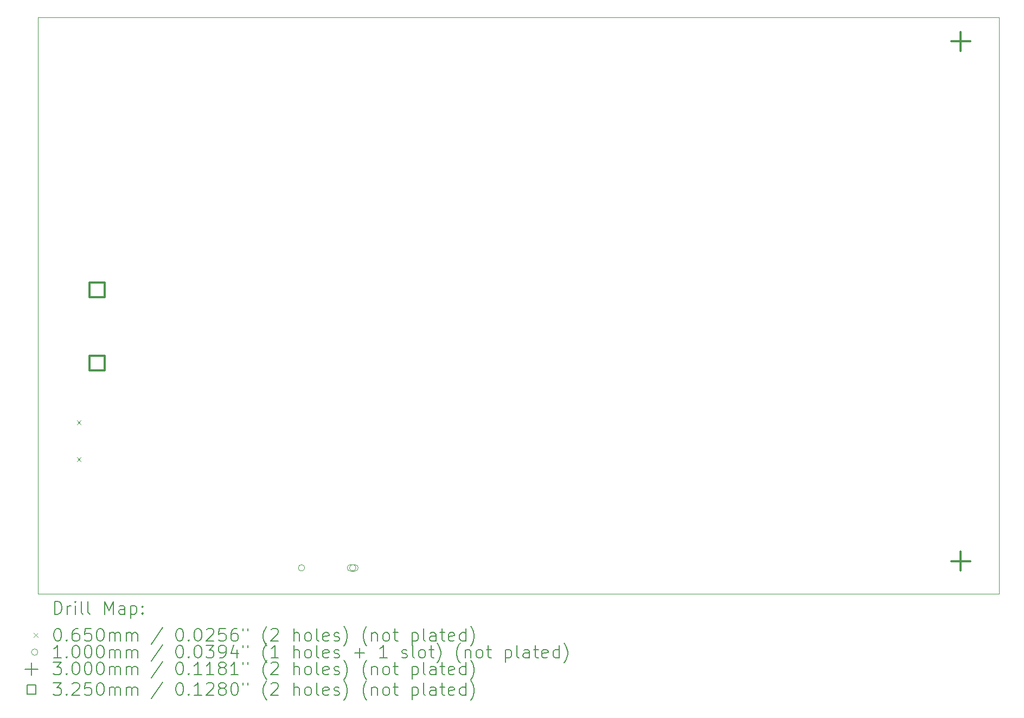
<source format=gbr>
%TF.GenerationSoftware,KiCad,Pcbnew,7.0.11-rc3*%
%TF.CreationDate,2024-11-10T09:21:10+01:00*%
%TF.ProjectId,sodimm-ddr5-tester,736f6469-6d6d-42d6-9464-72352d746573,1.2.0*%
%TF.SameCoordinates,Original*%
%TF.FileFunction,Drillmap*%
%TF.FilePolarity,Positive*%
%FSLAX45Y45*%
G04 Gerber Fmt 4.5, Leading zero omitted, Abs format (unit mm)*
G04 Created by KiCad (PCBNEW 7.0.11-rc3) date 2024-11-10 09:21:10*
%MOMM*%
%LPD*%
G01*
G04 APERTURE LIST*
%ADD10C,0.120000*%
%ADD11C,0.200000*%
%ADD12C,0.100000*%
%ADD13C,0.300000*%
%ADD14C,0.325000*%
G04 APERTURE END LIST*
D10*
X6282040Y-21010880D02*
X6282040Y-12010880D01*
X21282040Y-12010880D02*
X21282040Y-21010880D01*
X21282040Y-21010880D02*
X6282040Y-21010880D01*
X21282000Y-12010900D02*
X6282040Y-12010900D01*
D11*
D12*
X6885740Y-18303080D02*
X6950740Y-18368080D01*
X6950740Y-18303080D02*
X6885740Y-18368080D01*
X6885740Y-18881180D02*
X6950740Y-18946180D01*
X6950740Y-18881180D02*
X6885740Y-18946180D01*
X10441520Y-20605230D02*
G75*
G03*
X10341520Y-20605230I-50000J0D01*
G01*
X10341520Y-20605230D02*
G75*
G03*
X10441520Y-20605230I50000J0D01*
G01*
X11241520Y-20605230D02*
G75*
G03*
X11141520Y-20605230I-50000J0D01*
G01*
X11141520Y-20605230D02*
G75*
G03*
X11241520Y-20605230I50000J0D01*
G01*
X11156520Y-20655230D02*
X11226520Y-20655230D01*
X11226520Y-20655230D02*
G75*
G03*
X11226520Y-20555230I0J50000D01*
G01*
X11226520Y-20555230D02*
X11156520Y-20555230D01*
X11156520Y-20555230D02*
G75*
G03*
X11156520Y-20655230I0J-50000D01*
G01*
D13*
X20683220Y-12235040D02*
X20683220Y-12535040D01*
X20533220Y-12385040D02*
X20833220Y-12385040D01*
X20683220Y-20350000D02*
X20683220Y-20650000D01*
X20533220Y-20500000D02*
X20833220Y-20500000D01*
D14*
X7316176Y-16381155D02*
X7316176Y-16151343D01*
X7086364Y-16151343D01*
X7086364Y-16381155D01*
X7316176Y-16381155D01*
X7316176Y-17524055D02*
X7316176Y-17294243D01*
X7086364Y-17294243D01*
X7086364Y-17524055D01*
X7316176Y-17524055D01*
D11*
X6536817Y-21328364D02*
X6536817Y-21128364D01*
X6536817Y-21128364D02*
X6584436Y-21128364D01*
X6584436Y-21128364D02*
X6613007Y-21137888D01*
X6613007Y-21137888D02*
X6632055Y-21156935D01*
X6632055Y-21156935D02*
X6641579Y-21175983D01*
X6641579Y-21175983D02*
X6651102Y-21214078D01*
X6651102Y-21214078D02*
X6651102Y-21242650D01*
X6651102Y-21242650D02*
X6641579Y-21280745D01*
X6641579Y-21280745D02*
X6632055Y-21299792D01*
X6632055Y-21299792D02*
X6613007Y-21318840D01*
X6613007Y-21318840D02*
X6584436Y-21328364D01*
X6584436Y-21328364D02*
X6536817Y-21328364D01*
X6736817Y-21328364D02*
X6736817Y-21195030D01*
X6736817Y-21233126D02*
X6746341Y-21214078D01*
X6746341Y-21214078D02*
X6755864Y-21204554D01*
X6755864Y-21204554D02*
X6774912Y-21195030D01*
X6774912Y-21195030D02*
X6793960Y-21195030D01*
X6860626Y-21328364D02*
X6860626Y-21195030D01*
X6860626Y-21128364D02*
X6851102Y-21137888D01*
X6851102Y-21137888D02*
X6860626Y-21147411D01*
X6860626Y-21147411D02*
X6870150Y-21137888D01*
X6870150Y-21137888D02*
X6860626Y-21128364D01*
X6860626Y-21128364D02*
X6860626Y-21147411D01*
X6984436Y-21328364D02*
X6965388Y-21318840D01*
X6965388Y-21318840D02*
X6955864Y-21299792D01*
X6955864Y-21299792D02*
X6955864Y-21128364D01*
X7089198Y-21328364D02*
X7070150Y-21318840D01*
X7070150Y-21318840D02*
X7060626Y-21299792D01*
X7060626Y-21299792D02*
X7060626Y-21128364D01*
X7317769Y-21328364D02*
X7317769Y-21128364D01*
X7317769Y-21128364D02*
X7384436Y-21271221D01*
X7384436Y-21271221D02*
X7451102Y-21128364D01*
X7451102Y-21128364D02*
X7451102Y-21328364D01*
X7632055Y-21328364D02*
X7632055Y-21223602D01*
X7632055Y-21223602D02*
X7622531Y-21204554D01*
X7622531Y-21204554D02*
X7603483Y-21195030D01*
X7603483Y-21195030D02*
X7565388Y-21195030D01*
X7565388Y-21195030D02*
X7546341Y-21204554D01*
X7632055Y-21318840D02*
X7613007Y-21328364D01*
X7613007Y-21328364D02*
X7565388Y-21328364D01*
X7565388Y-21328364D02*
X7546341Y-21318840D01*
X7546341Y-21318840D02*
X7536817Y-21299792D01*
X7536817Y-21299792D02*
X7536817Y-21280745D01*
X7536817Y-21280745D02*
X7546341Y-21261697D01*
X7546341Y-21261697D02*
X7565388Y-21252173D01*
X7565388Y-21252173D02*
X7613007Y-21252173D01*
X7613007Y-21252173D02*
X7632055Y-21242650D01*
X7727293Y-21195030D02*
X7727293Y-21395030D01*
X7727293Y-21204554D02*
X7746341Y-21195030D01*
X7746341Y-21195030D02*
X7784436Y-21195030D01*
X7784436Y-21195030D02*
X7803483Y-21204554D01*
X7803483Y-21204554D02*
X7813007Y-21214078D01*
X7813007Y-21214078D02*
X7822531Y-21233126D01*
X7822531Y-21233126D02*
X7822531Y-21290269D01*
X7822531Y-21290269D02*
X7813007Y-21309316D01*
X7813007Y-21309316D02*
X7803483Y-21318840D01*
X7803483Y-21318840D02*
X7784436Y-21328364D01*
X7784436Y-21328364D02*
X7746341Y-21328364D01*
X7746341Y-21328364D02*
X7727293Y-21318840D01*
X7908245Y-21309316D02*
X7917769Y-21318840D01*
X7917769Y-21318840D02*
X7908245Y-21328364D01*
X7908245Y-21328364D02*
X7898722Y-21318840D01*
X7898722Y-21318840D02*
X7908245Y-21309316D01*
X7908245Y-21309316D02*
X7908245Y-21328364D01*
X7908245Y-21204554D02*
X7917769Y-21214078D01*
X7917769Y-21214078D02*
X7908245Y-21223602D01*
X7908245Y-21223602D02*
X7898722Y-21214078D01*
X7898722Y-21214078D02*
X7908245Y-21204554D01*
X7908245Y-21204554D02*
X7908245Y-21223602D01*
D12*
X6211040Y-21624380D02*
X6276040Y-21689380D01*
X6276040Y-21624380D02*
X6211040Y-21689380D01*
D11*
X6574912Y-21548364D02*
X6593960Y-21548364D01*
X6593960Y-21548364D02*
X6613007Y-21557888D01*
X6613007Y-21557888D02*
X6622531Y-21567411D01*
X6622531Y-21567411D02*
X6632055Y-21586459D01*
X6632055Y-21586459D02*
X6641579Y-21624554D01*
X6641579Y-21624554D02*
X6641579Y-21672173D01*
X6641579Y-21672173D02*
X6632055Y-21710269D01*
X6632055Y-21710269D02*
X6622531Y-21729316D01*
X6622531Y-21729316D02*
X6613007Y-21738840D01*
X6613007Y-21738840D02*
X6593960Y-21748364D01*
X6593960Y-21748364D02*
X6574912Y-21748364D01*
X6574912Y-21748364D02*
X6555864Y-21738840D01*
X6555864Y-21738840D02*
X6546341Y-21729316D01*
X6546341Y-21729316D02*
X6536817Y-21710269D01*
X6536817Y-21710269D02*
X6527293Y-21672173D01*
X6527293Y-21672173D02*
X6527293Y-21624554D01*
X6527293Y-21624554D02*
X6536817Y-21586459D01*
X6536817Y-21586459D02*
X6546341Y-21567411D01*
X6546341Y-21567411D02*
X6555864Y-21557888D01*
X6555864Y-21557888D02*
X6574912Y-21548364D01*
X6727293Y-21729316D02*
X6736817Y-21738840D01*
X6736817Y-21738840D02*
X6727293Y-21748364D01*
X6727293Y-21748364D02*
X6717769Y-21738840D01*
X6717769Y-21738840D02*
X6727293Y-21729316D01*
X6727293Y-21729316D02*
X6727293Y-21748364D01*
X6908245Y-21548364D02*
X6870150Y-21548364D01*
X6870150Y-21548364D02*
X6851102Y-21557888D01*
X6851102Y-21557888D02*
X6841579Y-21567411D01*
X6841579Y-21567411D02*
X6822531Y-21595983D01*
X6822531Y-21595983D02*
X6813007Y-21634078D01*
X6813007Y-21634078D02*
X6813007Y-21710269D01*
X6813007Y-21710269D02*
X6822531Y-21729316D01*
X6822531Y-21729316D02*
X6832055Y-21738840D01*
X6832055Y-21738840D02*
X6851102Y-21748364D01*
X6851102Y-21748364D02*
X6889198Y-21748364D01*
X6889198Y-21748364D02*
X6908245Y-21738840D01*
X6908245Y-21738840D02*
X6917769Y-21729316D01*
X6917769Y-21729316D02*
X6927293Y-21710269D01*
X6927293Y-21710269D02*
X6927293Y-21662650D01*
X6927293Y-21662650D02*
X6917769Y-21643602D01*
X6917769Y-21643602D02*
X6908245Y-21634078D01*
X6908245Y-21634078D02*
X6889198Y-21624554D01*
X6889198Y-21624554D02*
X6851102Y-21624554D01*
X6851102Y-21624554D02*
X6832055Y-21634078D01*
X6832055Y-21634078D02*
X6822531Y-21643602D01*
X6822531Y-21643602D02*
X6813007Y-21662650D01*
X7108245Y-21548364D02*
X7013007Y-21548364D01*
X7013007Y-21548364D02*
X7003483Y-21643602D01*
X7003483Y-21643602D02*
X7013007Y-21634078D01*
X7013007Y-21634078D02*
X7032055Y-21624554D01*
X7032055Y-21624554D02*
X7079674Y-21624554D01*
X7079674Y-21624554D02*
X7098722Y-21634078D01*
X7098722Y-21634078D02*
X7108245Y-21643602D01*
X7108245Y-21643602D02*
X7117769Y-21662650D01*
X7117769Y-21662650D02*
X7117769Y-21710269D01*
X7117769Y-21710269D02*
X7108245Y-21729316D01*
X7108245Y-21729316D02*
X7098722Y-21738840D01*
X7098722Y-21738840D02*
X7079674Y-21748364D01*
X7079674Y-21748364D02*
X7032055Y-21748364D01*
X7032055Y-21748364D02*
X7013007Y-21738840D01*
X7013007Y-21738840D02*
X7003483Y-21729316D01*
X7241579Y-21548364D02*
X7260626Y-21548364D01*
X7260626Y-21548364D02*
X7279674Y-21557888D01*
X7279674Y-21557888D02*
X7289198Y-21567411D01*
X7289198Y-21567411D02*
X7298722Y-21586459D01*
X7298722Y-21586459D02*
X7308245Y-21624554D01*
X7308245Y-21624554D02*
X7308245Y-21672173D01*
X7308245Y-21672173D02*
X7298722Y-21710269D01*
X7298722Y-21710269D02*
X7289198Y-21729316D01*
X7289198Y-21729316D02*
X7279674Y-21738840D01*
X7279674Y-21738840D02*
X7260626Y-21748364D01*
X7260626Y-21748364D02*
X7241579Y-21748364D01*
X7241579Y-21748364D02*
X7222531Y-21738840D01*
X7222531Y-21738840D02*
X7213007Y-21729316D01*
X7213007Y-21729316D02*
X7203483Y-21710269D01*
X7203483Y-21710269D02*
X7193960Y-21672173D01*
X7193960Y-21672173D02*
X7193960Y-21624554D01*
X7193960Y-21624554D02*
X7203483Y-21586459D01*
X7203483Y-21586459D02*
X7213007Y-21567411D01*
X7213007Y-21567411D02*
X7222531Y-21557888D01*
X7222531Y-21557888D02*
X7241579Y-21548364D01*
X7393960Y-21748364D02*
X7393960Y-21615030D01*
X7393960Y-21634078D02*
X7403483Y-21624554D01*
X7403483Y-21624554D02*
X7422531Y-21615030D01*
X7422531Y-21615030D02*
X7451103Y-21615030D01*
X7451103Y-21615030D02*
X7470150Y-21624554D01*
X7470150Y-21624554D02*
X7479674Y-21643602D01*
X7479674Y-21643602D02*
X7479674Y-21748364D01*
X7479674Y-21643602D02*
X7489198Y-21624554D01*
X7489198Y-21624554D02*
X7508245Y-21615030D01*
X7508245Y-21615030D02*
X7536817Y-21615030D01*
X7536817Y-21615030D02*
X7555864Y-21624554D01*
X7555864Y-21624554D02*
X7565388Y-21643602D01*
X7565388Y-21643602D02*
X7565388Y-21748364D01*
X7660626Y-21748364D02*
X7660626Y-21615030D01*
X7660626Y-21634078D02*
X7670150Y-21624554D01*
X7670150Y-21624554D02*
X7689198Y-21615030D01*
X7689198Y-21615030D02*
X7717769Y-21615030D01*
X7717769Y-21615030D02*
X7736817Y-21624554D01*
X7736817Y-21624554D02*
X7746341Y-21643602D01*
X7746341Y-21643602D02*
X7746341Y-21748364D01*
X7746341Y-21643602D02*
X7755864Y-21624554D01*
X7755864Y-21624554D02*
X7774912Y-21615030D01*
X7774912Y-21615030D02*
X7803483Y-21615030D01*
X7803483Y-21615030D02*
X7822531Y-21624554D01*
X7822531Y-21624554D02*
X7832055Y-21643602D01*
X7832055Y-21643602D02*
X7832055Y-21748364D01*
X8222531Y-21538840D02*
X8051103Y-21795983D01*
X8479674Y-21548364D02*
X8498722Y-21548364D01*
X8498722Y-21548364D02*
X8517769Y-21557888D01*
X8517769Y-21557888D02*
X8527293Y-21567411D01*
X8527293Y-21567411D02*
X8536817Y-21586459D01*
X8536817Y-21586459D02*
X8546341Y-21624554D01*
X8546341Y-21624554D02*
X8546341Y-21672173D01*
X8546341Y-21672173D02*
X8536817Y-21710269D01*
X8536817Y-21710269D02*
X8527293Y-21729316D01*
X8527293Y-21729316D02*
X8517769Y-21738840D01*
X8517769Y-21738840D02*
X8498722Y-21748364D01*
X8498722Y-21748364D02*
X8479674Y-21748364D01*
X8479674Y-21748364D02*
X8460627Y-21738840D01*
X8460627Y-21738840D02*
X8451103Y-21729316D01*
X8451103Y-21729316D02*
X8441579Y-21710269D01*
X8441579Y-21710269D02*
X8432055Y-21672173D01*
X8432055Y-21672173D02*
X8432055Y-21624554D01*
X8432055Y-21624554D02*
X8441579Y-21586459D01*
X8441579Y-21586459D02*
X8451103Y-21567411D01*
X8451103Y-21567411D02*
X8460627Y-21557888D01*
X8460627Y-21557888D02*
X8479674Y-21548364D01*
X8632055Y-21729316D02*
X8641579Y-21738840D01*
X8641579Y-21738840D02*
X8632055Y-21748364D01*
X8632055Y-21748364D02*
X8622531Y-21738840D01*
X8622531Y-21738840D02*
X8632055Y-21729316D01*
X8632055Y-21729316D02*
X8632055Y-21748364D01*
X8765388Y-21548364D02*
X8784436Y-21548364D01*
X8784436Y-21548364D02*
X8803484Y-21557888D01*
X8803484Y-21557888D02*
X8813008Y-21567411D01*
X8813008Y-21567411D02*
X8822531Y-21586459D01*
X8822531Y-21586459D02*
X8832055Y-21624554D01*
X8832055Y-21624554D02*
X8832055Y-21672173D01*
X8832055Y-21672173D02*
X8822531Y-21710269D01*
X8822531Y-21710269D02*
X8813008Y-21729316D01*
X8813008Y-21729316D02*
X8803484Y-21738840D01*
X8803484Y-21738840D02*
X8784436Y-21748364D01*
X8784436Y-21748364D02*
X8765388Y-21748364D01*
X8765388Y-21748364D02*
X8746341Y-21738840D01*
X8746341Y-21738840D02*
X8736817Y-21729316D01*
X8736817Y-21729316D02*
X8727293Y-21710269D01*
X8727293Y-21710269D02*
X8717769Y-21672173D01*
X8717769Y-21672173D02*
X8717769Y-21624554D01*
X8717769Y-21624554D02*
X8727293Y-21586459D01*
X8727293Y-21586459D02*
X8736817Y-21567411D01*
X8736817Y-21567411D02*
X8746341Y-21557888D01*
X8746341Y-21557888D02*
X8765388Y-21548364D01*
X8908246Y-21567411D02*
X8917769Y-21557888D01*
X8917769Y-21557888D02*
X8936817Y-21548364D01*
X8936817Y-21548364D02*
X8984436Y-21548364D01*
X8984436Y-21548364D02*
X9003484Y-21557888D01*
X9003484Y-21557888D02*
X9013008Y-21567411D01*
X9013008Y-21567411D02*
X9022531Y-21586459D01*
X9022531Y-21586459D02*
X9022531Y-21605507D01*
X9022531Y-21605507D02*
X9013008Y-21634078D01*
X9013008Y-21634078D02*
X8898722Y-21748364D01*
X8898722Y-21748364D02*
X9022531Y-21748364D01*
X9203484Y-21548364D02*
X9108246Y-21548364D01*
X9108246Y-21548364D02*
X9098722Y-21643602D01*
X9098722Y-21643602D02*
X9108246Y-21634078D01*
X9108246Y-21634078D02*
X9127293Y-21624554D01*
X9127293Y-21624554D02*
X9174912Y-21624554D01*
X9174912Y-21624554D02*
X9193960Y-21634078D01*
X9193960Y-21634078D02*
X9203484Y-21643602D01*
X9203484Y-21643602D02*
X9213008Y-21662650D01*
X9213008Y-21662650D02*
X9213008Y-21710269D01*
X9213008Y-21710269D02*
X9203484Y-21729316D01*
X9203484Y-21729316D02*
X9193960Y-21738840D01*
X9193960Y-21738840D02*
X9174912Y-21748364D01*
X9174912Y-21748364D02*
X9127293Y-21748364D01*
X9127293Y-21748364D02*
X9108246Y-21738840D01*
X9108246Y-21738840D02*
X9098722Y-21729316D01*
X9384436Y-21548364D02*
X9346341Y-21548364D01*
X9346341Y-21548364D02*
X9327293Y-21557888D01*
X9327293Y-21557888D02*
X9317769Y-21567411D01*
X9317769Y-21567411D02*
X9298722Y-21595983D01*
X9298722Y-21595983D02*
X9289198Y-21634078D01*
X9289198Y-21634078D02*
X9289198Y-21710269D01*
X9289198Y-21710269D02*
X9298722Y-21729316D01*
X9298722Y-21729316D02*
X9308246Y-21738840D01*
X9308246Y-21738840D02*
X9327293Y-21748364D01*
X9327293Y-21748364D02*
X9365389Y-21748364D01*
X9365389Y-21748364D02*
X9384436Y-21738840D01*
X9384436Y-21738840D02*
X9393960Y-21729316D01*
X9393960Y-21729316D02*
X9403484Y-21710269D01*
X9403484Y-21710269D02*
X9403484Y-21662650D01*
X9403484Y-21662650D02*
X9393960Y-21643602D01*
X9393960Y-21643602D02*
X9384436Y-21634078D01*
X9384436Y-21634078D02*
X9365389Y-21624554D01*
X9365389Y-21624554D02*
X9327293Y-21624554D01*
X9327293Y-21624554D02*
X9308246Y-21634078D01*
X9308246Y-21634078D02*
X9298722Y-21643602D01*
X9298722Y-21643602D02*
X9289198Y-21662650D01*
X9479674Y-21548364D02*
X9479674Y-21586459D01*
X9555865Y-21548364D02*
X9555865Y-21586459D01*
X9851103Y-21824554D02*
X9841579Y-21815030D01*
X9841579Y-21815030D02*
X9822531Y-21786459D01*
X9822531Y-21786459D02*
X9813008Y-21767411D01*
X9813008Y-21767411D02*
X9803484Y-21738840D01*
X9803484Y-21738840D02*
X9793960Y-21691221D01*
X9793960Y-21691221D02*
X9793960Y-21653126D01*
X9793960Y-21653126D02*
X9803484Y-21605507D01*
X9803484Y-21605507D02*
X9813008Y-21576935D01*
X9813008Y-21576935D02*
X9822531Y-21557888D01*
X9822531Y-21557888D02*
X9841579Y-21529316D01*
X9841579Y-21529316D02*
X9851103Y-21519792D01*
X9917770Y-21567411D02*
X9927293Y-21557888D01*
X9927293Y-21557888D02*
X9946341Y-21548364D01*
X9946341Y-21548364D02*
X9993960Y-21548364D01*
X9993960Y-21548364D02*
X10013008Y-21557888D01*
X10013008Y-21557888D02*
X10022531Y-21567411D01*
X10022531Y-21567411D02*
X10032055Y-21586459D01*
X10032055Y-21586459D02*
X10032055Y-21605507D01*
X10032055Y-21605507D02*
X10022531Y-21634078D01*
X10022531Y-21634078D02*
X9908246Y-21748364D01*
X9908246Y-21748364D02*
X10032055Y-21748364D01*
X10270151Y-21748364D02*
X10270151Y-21548364D01*
X10355865Y-21748364D02*
X10355865Y-21643602D01*
X10355865Y-21643602D02*
X10346341Y-21624554D01*
X10346341Y-21624554D02*
X10327293Y-21615030D01*
X10327293Y-21615030D02*
X10298722Y-21615030D01*
X10298722Y-21615030D02*
X10279674Y-21624554D01*
X10279674Y-21624554D02*
X10270151Y-21634078D01*
X10479674Y-21748364D02*
X10460627Y-21738840D01*
X10460627Y-21738840D02*
X10451103Y-21729316D01*
X10451103Y-21729316D02*
X10441579Y-21710269D01*
X10441579Y-21710269D02*
X10441579Y-21653126D01*
X10441579Y-21653126D02*
X10451103Y-21634078D01*
X10451103Y-21634078D02*
X10460627Y-21624554D01*
X10460627Y-21624554D02*
X10479674Y-21615030D01*
X10479674Y-21615030D02*
X10508246Y-21615030D01*
X10508246Y-21615030D02*
X10527293Y-21624554D01*
X10527293Y-21624554D02*
X10536817Y-21634078D01*
X10536817Y-21634078D02*
X10546341Y-21653126D01*
X10546341Y-21653126D02*
X10546341Y-21710269D01*
X10546341Y-21710269D02*
X10536817Y-21729316D01*
X10536817Y-21729316D02*
X10527293Y-21738840D01*
X10527293Y-21738840D02*
X10508246Y-21748364D01*
X10508246Y-21748364D02*
X10479674Y-21748364D01*
X10660627Y-21748364D02*
X10641579Y-21738840D01*
X10641579Y-21738840D02*
X10632055Y-21719792D01*
X10632055Y-21719792D02*
X10632055Y-21548364D01*
X10813008Y-21738840D02*
X10793960Y-21748364D01*
X10793960Y-21748364D02*
X10755865Y-21748364D01*
X10755865Y-21748364D02*
X10736817Y-21738840D01*
X10736817Y-21738840D02*
X10727293Y-21719792D01*
X10727293Y-21719792D02*
X10727293Y-21643602D01*
X10727293Y-21643602D02*
X10736817Y-21624554D01*
X10736817Y-21624554D02*
X10755865Y-21615030D01*
X10755865Y-21615030D02*
X10793960Y-21615030D01*
X10793960Y-21615030D02*
X10813008Y-21624554D01*
X10813008Y-21624554D02*
X10822532Y-21643602D01*
X10822532Y-21643602D02*
X10822532Y-21662650D01*
X10822532Y-21662650D02*
X10727293Y-21681697D01*
X10898722Y-21738840D02*
X10917770Y-21748364D01*
X10917770Y-21748364D02*
X10955865Y-21748364D01*
X10955865Y-21748364D02*
X10974913Y-21738840D01*
X10974913Y-21738840D02*
X10984436Y-21719792D01*
X10984436Y-21719792D02*
X10984436Y-21710269D01*
X10984436Y-21710269D02*
X10974913Y-21691221D01*
X10974913Y-21691221D02*
X10955865Y-21681697D01*
X10955865Y-21681697D02*
X10927293Y-21681697D01*
X10927293Y-21681697D02*
X10908246Y-21672173D01*
X10908246Y-21672173D02*
X10898722Y-21653126D01*
X10898722Y-21653126D02*
X10898722Y-21643602D01*
X10898722Y-21643602D02*
X10908246Y-21624554D01*
X10908246Y-21624554D02*
X10927293Y-21615030D01*
X10927293Y-21615030D02*
X10955865Y-21615030D01*
X10955865Y-21615030D02*
X10974913Y-21624554D01*
X11051103Y-21824554D02*
X11060627Y-21815030D01*
X11060627Y-21815030D02*
X11079674Y-21786459D01*
X11079674Y-21786459D02*
X11089198Y-21767411D01*
X11089198Y-21767411D02*
X11098722Y-21738840D01*
X11098722Y-21738840D02*
X11108246Y-21691221D01*
X11108246Y-21691221D02*
X11108246Y-21653126D01*
X11108246Y-21653126D02*
X11098722Y-21605507D01*
X11098722Y-21605507D02*
X11089198Y-21576935D01*
X11089198Y-21576935D02*
X11079674Y-21557888D01*
X11079674Y-21557888D02*
X11060627Y-21529316D01*
X11060627Y-21529316D02*
X11051103Y-21519792D01*
X11413008Y-21824554D02*
X11403484Y-21815030D01*
X11403484Y-21815030D02*
X11384436Y-21786459D01*
X11384436Y-21786459D02*
X11374912Y-21767411D01*
X11374912Y-21767411D02*
X11365389Y-21738840D01*
X11365389Y-21738840D02*
X11355865Y-21691221D01*
X11355865Y-21691221D02*
X11355865Y-21653126D01*
X11355865Y-21653126D02*
X11365389Y-21605507D01*
X11365389Y-21605507D02*
X11374912Y-21576935D01*
X11374912Y-21576935D02*
X11384436Y-21557888D01*
X11384436Y-21557888D02*
X11403484Y-21529316D01*
X11403484Y-21529316D02*
X11413008Y-21519792D01*
X11489198Y-21615030D02*
X11489198Y-21748364D01*
X11489198Y-21634078D02*
X11498722Y-21624554D01*
X11498722Y-21624554D02*
X11517770Y-21615030D01*
X11517770Y-21615030D02*
X11546341Y-21615030D01*
X11546341Y-21615030D02*
X11565389Y-21624554D01*
X11565389Y-21624554D02*
X11574912Y-21643602D01*
X11574912Y-21643602D02*
X11574912Y-21748364D01*
X11698722Y-21748364D02*
X11679674Y-21738840D01*
X11679674Y-21738840D02*
X11670151Y-21729316D01*
X11670151Y-21729316D02*
X11660627Y-21710269D01*
X11660627Y-21710269D02*
X11660627Y-21653126D01*
X11660627Y-21653126D02*
X11670151Y-21634078D01*
X11670151Y-21634078D02*
X11679674Y-21624554D01*
X11679674Y-21624554D02*
X11698722Y-21615030D01*
X11698722Y-21615030D02*
X11727293Y-21615030D01*
X11727293Y-21615030D02*
X11746341Y-21624554D01*
X11746341Y-21624554D02*
X11755865Y-21634078D01*
X11755865Y-21634078D02*
X11765389Y-21653126D01*
X11765389Y-21653126D02*
X11765389Y-21710269D01*
X11765389Y-21710269D02*
X11755865Y-21729316D01*
X11755865Y-21729316D02*
X11746341Y-21738840D01*
X11746341Y-21738840D02*
X11727293Y-21748364D01*
X11727293Y-21748364D02*
X11698722Y-21748364D01*
X11822532Y-21615030D02*
X11898722Y-21615030D01*
X11851103Y-21548364D02*
X11851103Y-21719792D01*
X11851103Y-21719792D02*
X11860627Y-21738840D01*
X11860627Y-21738840D02*
X11879674Y-21748364D01*
X11879674Y-21748364D02*
X11898722Y-21748364D01*
X12117770Y-21615030D02*
X12117770Y-21815030D01*
X12117770Y-21624554D02*
X12136817Y-21615030D01*
X12136817Y-21615030D02*
X12174913Y-21615030D01*
X12174913Y-21615030D02*
X12193960Y-21624554D01*
X12193960Y-21624554D02*
X12203484Y-21634078D01*
X12203484Y-21634078D02*
X12213008Y-21653126D01*
X12213008Y-21653126D02*
X12213008Y-21710269D01*
X12213008Y-21710269D02*
X12203484Y-21729316D01*
X12203484Y-21729316D02*
X12193960Y-21738840D01*
X12193960Y-21738840D02*
X12174913Y-21748364D01*
X12174913Y-21748364D02*
X12136817Y-21748364D01*
X12136817Y-21748364D02*
X12117770Y-21738840D01*
X12327293Y-21748364D02*
X12308246Y-21738840D01*
X12308246Y-21738840D02*
X12298722Y-21719792D01*
X12298722Y-21719792D02*
X12298722Y-21548364D01*
X12489198Y-21748364D02*
X12489198Y-21643602D01*
X12489198Y-21643602D02*
X12479674Y-21624554D01*
X12479674Y-21624554D02*
X12460627Y-21615030D01*
X12460627Y-21615030D02*
X12422532Y-21615030D01*
X12422532Y-21615030D02*
X12403484Y-21624554D01*
X12489198Y-21738840D02*
X12470151Y-21748364D01*
X12470151Y-21748364D02*
X12422532Y-21748364D01*
X12422532Y-21748364D02*
X12403484Y-21738840D01*
X12403484Y-21738840D02*
X12393960Y-21719792D01*
X12393960Y-21719792D02*
X12393960Y-21700745D01*
X12393960Y-21700745D02*
X12403484Y-21681697D01*
X12403484Y-21681697D02*
X12422532Y-21672173D01*
X12422532Y-21672173D02*
X12470151Y-21672173D01*
X12470151Y-21672173D02*
X12489198Y-21662650D01*
X12555865Y-21615030D02*
X12632055Y-21615030D01*
X12584436Y-21548364D02*
X12584436Y-21719792D01*
X12584436Y-21719792D02*
X12593960Y-21738840D01*
X12593960Y-21738840D02*
X12613008Y-21748364D01*
X12613008Y-21748364D02*
X12632055Y-21748364D01*
X12774913Y-21738840D02*
X12755865Y-21748364D01*
X12755865Y-21748364D02*
X12717770Y-21748364D01*
X12717770Y-21748364D02*
X12698722Y-21738840D01*
X12698722Y-21738840D02*
X12689198Y-21719792D01*
X12689198Y-21719792D02*
X12689198Y-21643602D01*
X12689198Y-21643602D02*
X12698722Y-21624554D01*
X12698722Y-21624554D02*
X12717770Y-21615030D01*
X12717770Y-21615030D02*
X12755865Y-21615030D01*
X12755865Y-21615030D02*
X12774913Y-21624554D01*
X12774913Y-21624554D02*
X12784436Y-21643602D01*
X12784436Y-21643602D02*
X12784436Y-21662650D01*
X12784436Y-21662650D02*
X12689198Y-21681697D01*
X12955865Y-21748364D02*
X12955865Y-21548364D01*
X12955865Y-21738840D02*
X12936817Y-21748364D01*
X12936817Y-21748364D02*
X12898722Y-21748364D01*
X12898722Y-21748364D02*
X12879674Y-21738840D01*
X12879674Y-21738840D02*
X12870151Y-21729316D01*
X12870151Y-21729316D02*
X12860627Y-21710269D01*
X12860627Y-21710269D02*
X12860627Y-21653126D01*
X12860627Y-21653126D02*
X12870151Y-21634078D01*
X12870151Y-21634078D02*
X12879674Y-21624554D01*
X12879674Y-21624554D02*
X12898722Y-21615030D01*
X12898722Y-21615030D02*
X12936817Y-21615030D01*
X12936817Y-21615030D02*
X12955865Y-21624554D01*
X13032055Y-21824554D02*
X13041579Y-21815030D01*
X13041579Y-21815030D02*
X13060627Y-21786459D01*
X13060627Y-21786459D02*
X13070151Y-21767411D01*
X13070151Y-21767411D02*
X13079674Y-21738840D01*
X13079674Y-21738840D02*
X13089198Y-21691221D01*
X13089198Y-21691221D02*
X13089198Y-21653126D01*
X13089198Y-21653126D02*
X13079674Y-21605507D01*
X13079674Y-21605507D02*
X13070151Y-21576935D01*
X13070151Y-21576935D02*
X13060627Y-21557888D01*
X13060627Y-21557888D02*
X13041579Y-21529316D01*
X13041579Y-21529316D02*
X13032055Y-21519792D01*
D12*
X6276040Y-21920880D02*
G75*
G03*
X6176040Y-21920880I-50000J0D01*
G01*
X6176040Y-21920880D02*
G75*
G03*
X6276040Y-21920880I50000J0D01*
G01*
D11*
X6641579Y-22012364D02*
X6527293Y-22012364D01*
X6584436Y-22012364D02*
X6584436Y-21812364D01*
X6584436Y-21812364D02*
X6565388Y-21840935D01*
X6565388Y-21840935D02*
X6546341Y-21859983D01*
X6546341Y-21859983D02*
X6527293Y-21869507D01*
X6727293Y-21993316D02*
X6736817Y-22002840D01*
X6736817Y-22002840D02*
X6727293Y-22012364D01*
X6727293Y-22012364D02*
X6717769Y-22002840D01*
X6717769Y-22002840D02*
X6727293Y-21993316D01*
X6727293Y-21993316D02*
X6727293Y-22012364D01*
X6860626Y-21812364D02*
X6879674Y-21812364D01*
X6879674Y-21812364D02*
X6898722Y-21821888D01*
X6898722Y-21821888D02*
X6908245Y-21831411D01*
X6908245Y-21831411D02*
X6917769Y-21850459D01*
X6917769Y-21850459D02*
X6927293Y-21888554D01*
X6927293Y-21888554D02*
X6927293Y-21936173D01*
X6927293Y-21936173D02*
X6917769Y-21974269D01*
X6917769Y-21974269D02*
X6908245Y-21993316D01*
X6908245Y-21993316D02*
X6898722Y-22002840D01*
X6898722Y-22002840D02*
X6879674Y-22012364D01*
X6879674Y-22012364D02*
X6860626Y-22012364D01*
X6860626Y-22012364D02*
X6841579Y-22002840D01*
X6841579Y-22002840D02*
X6832055Y-21993316D01*
X6832055Y-21993316D02*
X6822531Y-21974269D01*
X6822531Y-21974269D02*
X6813007Y-21936173D01*
X6813007Y-21936173D02*
X6813007Y-21888554D01*
X6813007Y-21888554D02*
X6822531Y-21850459D01*
X6822531Y-21850459D02*
X6832055Y-21831411D01*
X6832055Y-21831411D02*
X6841579Y-21821888D01*
X6841579Y-21821888D02*
X6860626Y-21812364D01*
X7051102Y-21812364D02*
X7070150Y-21812364D01*
X7070150Y-21812364D02*
X7089198Y-21821888D01*
X7089198Y-21821888D02*
X7098722Y-21831411D01*
X7098722Y-21831411D02*
X7108245Y-21850459D01*
X7108245Y-21850459D02*
X7117769Y-21888554D01*
X7117769Y-21888554D02*
X7117769Y-21936173D01*
X7117769Y-21936173D02*
X7108245Y-21974269D01*
X7108245Y-21974269D02*
X7098722Y-21993316D01*
X7098722Y-21993316D02*
X7089198Y-22002840D01*
X7089198Y-22002840D02*
X7070150Y-22012364D01*
X7070150Y-22012364D02*
X7051102Y-22012364D01*
X7051102Y-22012364D02*
X7032055Y-22002840D01*
X7032055Y-22002840D02*
X7022531Y-21993316D01*
X7022531Y-21993316D02*
X7013007Y-21974269D01*
X7013007Y-21974269D02*
X7003483Y-21936173D01*
X7003483Y-21936173D02*
X7003483Y-21888554D01*
X7003483Y-21888554D02*
X7013007Y-21850459D01*
X7013007Y-21850459D02*
X7022531Y-21831411D01*
X7022531Y-21831411D02*
X7032055Y-21821888D01*
X7032055Y-21821888D02*
X7051102Y-21812364D01*
X7241579Y-21812364D02*
X7260626Y-21812364D01*
X7260626Y-21812364D02*
X7279674Y-21821888D01*
X7279674Y-21821888D02*
X7289198Y-21831411D01*
X7289198Y-21831411D02*
X7298722Y-21850459D01*
X7298722Y-21850459D02*
X7308245Y-21888554D01*
X7308245Y-21888554D02*
X7308245Y-21936173D01*
X7308245Y-21936173D02*
X7298722Y-21974269D01*
X7298722Y-21974269D02*
X7289198Y-21993316D01*
X7289198Y-21993316D02*
X7279674Y-22002840D01*
X7279674Y-22002840D02*
X7260626Y-22012364D01*
X7260626Y-22012364D02*
X7241579Y-22012364D01*
X7241579Y-22012364D02*
X7222531Y-22002840D01*
X7222531Y-22002840D02*
X7213007Y-21993316D01*
X7213007Y-21993316D02*
X7203483Y-21974269D01*
X7203483Y-21974269D02*
X7193960Y-21936173D01*
X7193960Y-21936173D02*
X7193960Y-21888554D01*
X7193960Y-21888554D02*
X7203483Y-21850459D01*
X7203483Y-21850459D02*
X7213007Y-21831411D01*
X7213007Y-21831411D02*
X7222531Y-21821888D01*
X7222531Y-21821888D02*
X7241579Y-21812364D01*
X7393960Y-22012364D02*
X7393960Y-21879030D01*
X7393960Y-21898078D02*
X7403483Y-21888554D01*
X7403483Y-21888554D02*
X7422531Y-21879030D01*
X7422531Y-21879030D02*
X7451103Y-21879030D01*
X7451103Y-21879030D02*
X7470150Y-21888554D01*
X7470150Y-21888554D02*
X7479674Y-21907602D01*
X7479674Y-21907602D02*
X7479674Y-22012364D01*
X7479674Y-21907602D02*
X7489198Y-21888554D01*
X7489198Y-21888554D02*
X7508245Y-21879030D01*
X7508245Y-21879030D02*
X7536817Y-21879030D01*
X7536817Y-21879030D02*
X7555864Y-21888554D01*
X7555864Y-21888554D02*
X7565388Y-21907602D01*
X7565388Y-21907602D02*
X7565388Y-22012364D01*
X7660626Y-22012364D02*
X7660626Y-21879030D01*
X7660626Y-21898078D02*
X7670150Y-21888554D01*
X7670150Y-21888554D02*
X7689198Y-21879030D01*
X7689198Y-21879030D02*
X7717769Y-21879030D01*
X7717769Y-21879030D02*
X7736817Y-21888554D01*
X7736817Y-21888554D02*
X7746341Y-21907602D01*
X7746341Y-21907602D02*
X7746341Y-22012364D01*
X7746341Y-21907602D02*
X7755864Y-21888554D01*
X7755864Y-21888554D02*
X7774912Y-21879030D01*
X7774912Y-21879030D02*
X7803483Y-21879030D01*
X7803483Y-21879030D02*
X7822531Y-21888554D01*
X7822531Y-21888554D02*
X7832055Y-21907602D01*
X7832055Y-21907602D02*
X7832055Y-22012364D01*
X8222531Y-21802840D02*
X8051103Y-22059983D01*
X8479674Y-21812364D02*
X8498722Y-21812364D01*
X8498722Y-21812364D02*
X8517769Y-21821888D01*
X8517769Y-21821888D02*
X8527293Y-21831411D01*
X8527293Y-21831411D02*
X8536817Y-21850459D01*
X8536817Y-21850459D02*
X8546341Y-21888554D01*
X8546341Y-21888554D02*
X8546341Y-21936173D01*
X8546341Y-21936173D02*
X8536817Y-21974269D01*
X8536817Y-21974269D02*
X8527293Y-21993316D01*
X8527293Y-21993316D02*
X8517769Y-22002840D01*
X8517769Y-22002840D02*
X8498722Y-22012364D01*
X8498722Y-22012364D02*
X8479674Y-22012364D01*
X8479674Y-22012364D02*
X8460627Y-22002840D01*
X8460627Y-22002840D02*
X8451103Y-21993316D01*
X8451103Y-21993316D02*
X8441579Y-21974269D01*
X8441579Y-21974269D02*
X8432055Y-21936173D01*
X8432055Y-21936173D02*
X8432055Y-21888554D01*
X8432055Y-21888554D02*
X8441579Y-21850459D01*
X8441579Y-21850459D02*
X8451103Y-21831411D01*
X8451103Y-21831411D02*
X8460627Y-21821888D01*
X8460627Y-21821888D02*
X8479674Y-21812364D01*
X8632055Y-21993316D02*
X8641579Y-22002840D01*
X8641579Y-22002840D02*
X8632055Y-22012364D01*
X8632055Y-22012364D02*
X8622531Y-22002840D01*
X8622531Y-22002840D02*
X8632055Y-21993316D01*
X8632055Y-21993316D02*
X8632055Y-22012364D01*
X8765388Y-21812364D02*
X8784436Y-21812364D01*
X8784436Y-21812364D02*
X8803484Y-21821888D01*
X8803484Y-21821888D02*
X8813008Y-21831411D01*
X8813008Y-21831411D02*
X8822531Y-21850459D01*
X8822531Y-21850459D02*
X8832055Y-21888554D01*
X8832055Y-21888554D02*
X8832055Y-21936173D01*
X8832055Y-21936173D02*
X8822531Y-21974269D01*
X8822531Y-21974269D02*
X8813008Y-21993316D01*
X8813008Y-21993316D02*
X8803484Y-22002840D01*
X8803484Y-22002840D02*
X8784436Y-22012364D01*
X8784436Y-22012364D02*
X8765388Y-22012364D01*
X8765388Y-22012364D02*
X8746341Y-22002840D01*
X8746341Y-22002840D02*
X8736817Y-21993316D01*
X8736817Y-21993316D02*
X8727293Y-21974269D01*
X8727293Y-21974269D02*
X8717769Y-21936173D01*
X8717769Y-21936173D02*
X8717769Y-21888554D01*
X8717769Y-21888554D02*
X8727293Y-21850459D01*
X8727293Y-21850459D02*
X8736817Y-21831411D01*
X8736817Y-21831411D02*
X8746341Y-21821888D01*
X8746341Y-21821888D02*
X8765388Y-21812364D01*
X8898722Y-21812364D02*
X9022531Y-21812364D01*
X9022531Y-21812364D02*
X8955865Y-21888554D01*
X8955865Y-21888554D02*
X8984436Y-21888554D01*
X8984436Y-21888554D02*
X9003484Y-21898078D01*
X9003484Y-21898078D02*
X9013008Y-21907602D01*
X9013008Y-21907602D02*
X9022531Y-21926650D01*
X9022531Y-21926650D02*
X9022531Y-21974269D01*
X9022531Y-21974269D02*
X9013008Y-21993316D01*
X9013008Y-21993316D02*
X9003484Y-22002840D01*
X9003484Y-22002840D02*
X8984436Y-22012364D01*
X8984436Y-22012364D02*
X8927293Y-22012364D01*
X8927293Y-22012364D02*
X8908246Y-22002840D01*
X8908246Y-22002840D02*
X8898722Y-21993316D01*
X9117769Y-22012364D02*
X9155865Y-22012364D01*
X9155865Y-22012364D02*
X9174912Y-22002840D01*
X9174912Y-22002840D02*
X9184436Y-21993316D01*
X9184436Y-21993316D02*
X9203484Y-21964745D01*
X9203484Y-21964745D02*
X9213008Y-21926650D01*
X9213008Y-21926650D02*
X9213008Y-21850459D01*
X9213008Y-21850459D02*
X9203484Y-21831411D01*
X9203484Y-21831411D02*
X9193960Y-21821888D01*
X9193960Y-21821888D02*
X9174912Y-21812364D01*
X9174912Y-21812364D02*
X9136817Y-21812364D01*
X9136817Y-21812364D02*
X9117769Y-21821888D01*
X9117769Y-21821888D02*
X9108246Y-21831411D01*
X9108246Y-21831411D02*
X9098722Y-21850459D01*
X9098722Y-21850459D02*
X9098722Y-21898078D01*
X9098722Y-21898078D02*
X9108246Y-21917126D01*
X9108246Y-21917126D02*
X9117769Y-21926650D01*
X9117769Y-21926650D02*
X9136817Y-21936173D01*
X9136817Y-21936173D02*
X9174912Y-21936173D01*
X9174912Y-21936173D02*
X9193960Y-21926650D01*
X9193960Y-21926650D02*
X9203484Y-21917126D01*
X9203484Y-21917126D02*
X9213008Y-21898078D01*
X9384436Y-21879030D02*
X9384436Y-22012364D01*
X9336817Y-21802840D02*
X9289198Y-21945697D01*
X9289198Y-21945697D02*
X9413008Y-21945697D01*
X9479674Y-21812364D02*
X9479674Y-21850459D01*
X9555865Y-21812364D02*
X9555865Y-21850459D01*
X9851103Y-22088554D02*
X9841579Y-22079030D01*
X9841579Y-22079030D02*
X9822531Y-22050459D01*
X9822531Y-22050459D02*
X9813008Y-22031411D01*
X9813008Y-22031411D02*
X9803484Y-22002840D01*
X9803484Y-22002840D02*
X9793960Y-21955221D01*
X9793960Y-21955221D02*
X9793960Y-21917126D01*
X9793960Y-21917126D02*
X9803484Y-21869507D01*
X9803484Y-21869507D02*
X9813008Y-21840935D01*
X9813008Y-21840935D02*
X9822531Y-21821888D01*
X9822531Y-21821888D02*
X9841579Y-21793316D01*
X9841579Y-21793316D02*
X9851103Y-21783792D01*
X10032055Y-22012364D02*
X9917770Y-22012364D01*
X9974912Y-22012364D02*
X9974912Y-21812364D01*
X9974912Y-21812364D02*
X9955865Y-21840935D01*
X9955865Y-21840935D02*
X9936817Y-21859983D01*
X9936817Y-21859983D02*
X9917770Y-21869507D01*
X10270151Y-22012364D02*
X10270151Y-21812364D01*
X10355865Y-22012364D02*
X10355865Y-21907602D01*
X10355865Y-21907602D02*
X10346341Y-21888554D01*
X10346341Y-21888554D02*
X10327293Y-21879030D01*
X10327293Y-21879030D02*
X10298722Y-21879030D01*
X10298722Y-21879030D02*
X10279674Y-21888554D01*
X10279674Y-21888554D02*
X10270151Y-21898078D01*
X10479674Y-22012364D02*
X10460627Y-22002840D01*
X10460627Y-22002840D02*
X10451103Y-21993316D01*
X10451103Y-21993316D02*
X10441579Y-21974269D01*
X10441579Y-21974269D02*
X10441579Y-21917126D01*
X10441579Y-21917126D02*
X10451103Y-21898078D01*
X10451103Y-21898078D02*
X10460627Y-21888554D01*
X10460627Y-21888554D02*
X10479674Y-21879030D01*
X10479674Y-21879030D02*
X10508246Y-21879030D01*
X10508246Y-21879030D02*
X10527293Y-21888554D01*
X10527293Y-21888554D02*
X10536817Y-21898078D01*
X10536817Y-21898078D02*
X10546341Y-21917126D01*
X10546341Y-21917126D02*
X10546341Y-21974269D01*
X10546341Y-21974269D02*
X10536817Y-21993316D01*
X10536817Y-21993316D02*
X10527293Y-22002840D01*
X10527293Y-22002840D02*
X10508246Y-22012364D01*
X10508246Y-22012364D02*
X10479674Y-22012364D01*
X10660627Y-22012364D02*
X10641579Y-22002840D01*
X10641579Y-22002840D02*
X10632055Y-21983792D01*
X10632055Y-21983792D02*
X10632055Y-21812364D01*
X10813008Y-22002840D02*
X10793960Y-22012364D01*
X10793960Y-22012364D02*
X10755865Y-22012364D01*
X10755865Y-22012364D02*
X10736817Y-22002840D01*
X10736817Y-22002840D02*
X10727293Y-21983792D01*
X10727293Y-21983792D02*
X10727293Y-21907602D01*
X10727293Y-21907602D02*
X10736817Y-21888554D01*
X10736817Y-21888554D02*
X10755865Y-21879030D01*
X10755865Y-21879030D02*
X10793960Y-21879030D01*
X10793960Y-21879030D02*
X10813008Y-21888554D01*
X10813008Y-21888554D02*
X10822532Y-21907602D01*
X10822532Y-21907602D02*
X10822532Y-21926650D01*
X10822532Y-21926650D02*
X10727293Y-21945697D01*
X10898722Y-22002840D02*
X10917770Y-22012364D01*
X10917770Y-22012364D02*
X10955865Y-22012364D01*
X10955865Y-22012364D02*
X10974913Y-22002840D01*
X10974913Y-22002840D02*
X10984436Y-21983792D01*
X10984436Y-21983792D02*
X10984436Y-21974269D01*
X10984436Y-21974269D02*
X10974913Y-21955221D01*
X10974913Y-21955221D02*
X10955865Y-21945697D01*
X10955865Y-21945697D02*
X10927293Y-21945697D01*
X10927293Y-21945697D02*
X10908246Y-21936173D01*
X10908246Y-21936173D02*
X10898722Y-21917126D01*
X10898722Y-21917126D02*
X10898722Y-21907602D01*
X10898722Y-21907602D02*
X10908246Y-21888554D01*
X10908246Y-21888554D02*
X10927293Y-21879030D01*
X10927293Y-21879030D02*
X10955865Y-21879030D01*
X10955865Y-21879030D02*
X10974913Y-21888554D01*
X11222532Y-21936173D02*
X11374913Y-21936173D01*
X11298722Y-22012364D02*
X11298722Y-21859983D01*
X11727293Y-22012364D02*
X11613008Y-22012364D01*
X11670151Y-22012364D02*
X11670151Y-21812364D01*
X11670151Y-21812364D02*
X11651103Y-21840935D01*
X11651103Y-21840935D02*
X11632055Y-21859983D01*
X11632055Y-21859983D02*
X11613008Y-21869507D01*
X11955865Y-22002840D02*
X11974913Y-22012364D01*
X11974913Y-22012364D02*
X12013008Y-22012364D01*
X12013008Y-22012364D02*
X12032055Y-22002840D01*
X12032055Y-22002840D02*
X12041579Y-21983792D01*
X12041579Y-21983792D02*
X12041579Y-21974269D01*
X12041579Y-21974269D02*
X12032055Y-21955221D01*
X12032055Y-21955221D02*
X12013008Y-21945697D01*
X12013008Y-21945697D02*
X11984436Y-21945697D01*
X11984436Y-21945697D02*
X11965389Y-21936173D01*
X11965389Y-21936173D02*
X11955865Y-21917126D01*
X11955865Y-21917126D02*
X11955865Y-21907602D01*
X11955865Y-21907602D02*
X11965389Y-21888554D01*
X11965389Y-21888554D02*
X11984436Y-21879030D01*
X11984436Y-21879030D02*
X12013008Y-21879030D01*
X12013008Y-21879030D02*
X12032055Y-21888554D01*
X12155865Y-22012364D02*
X12136817Y-22002840D01*
X12136817Y-22002840D02*
X12127294Y-21983792D01*
X12127294Y-21983792D02*
X12127294Y-21812364D01*
X12260627Y-22012364D02*
X12241579Y-22002840D01*
X12241579Y-22002840D02*
X12232055Y-21993316D01*
X12232055Y-21993316D02*
X12222532Y-21974269D01*
X12222532Y-21974269D02*
X12222532Y-21917126D01*
X12222532Y-21917126D02*
X12232055Y-21898078D01*
X12232055Y-21898078D02*
X12241579Y-21888554D01*
X12241579Y-21888554D02*
X12260627Y-21879030D01*
X12260627Y-21879030D02*
X12289198Y-21879030D01*
X12289198Y-21879030D02*
X12308246Y-21888554D01*
X12308246Y-21888554D02*
X12317770Y-21898078D01*
X12317770Y-21898078D02*
X12327294Y-21917126D01*
X12327294Y-21917126D02*
X12327294Y-21974269D01*
X12327294Y-21974269D02*
X12317770Y-21993316D01*
X12317770Y-21993316D02*
X12308246Y-22002840D01*
X12308246Y-22002840D02*
X12289198Y-22012364D01*
X12289198Y-22012364D02*
X12260627Y-22012364D01*
X12384436Y-21879030D02*
X12460627Y-21879030D01*
X12413008Y-21812364D02*
X12413008Y-21983792D01*
X12413008Y-21983792D02*
X12422532Y-22002840D01*
X12422532Y-22002840D02*
X12441579Y-22012364D01*
X12441579Y-22012364D02*
X12460627Y-22012364D01*
X12508246Y-22088554D02*
X12517770Y-22079030D01*
X12517770Y-22079030D02*
X12536817Y-22050459D01*
X12536817Y-22050459D02*
X12546341Y-22031411D01*
X12546341Y-22031411D02*
X12555865Y-22002840D01*
X12555865Y-22002840D02*
X12565389Y-21955221D01*
X12565389Y-21955221D02*
X12565389Y-21917126D01*
X12565389Y-21917126D02*
X12555865Y-21869507D01*
X12555865Y-21869507D02*
X12546341Y-21840935D01*
X12546341Y-21840935D02*
X12536817Y-21821888D01*
X12536817Y-21821888D02*
X12517770Y-21793316D01*
X12517770Y-21793316D02*
X12508246Y-21783792D01*
X12870151Y-22088554D02*
X12860627Y-22079030D01*
X12860627Y-22079030D02*
X12841579Y-22050459D01*
X12841579Y-22050459D02*
X12832055Y-22031411D01*
X12832055Y-22031411D02*
X12822532Y-22002840D01*
X12822532Y-22002840D02*
X12813008Y-21955221D01*
X12813008Y-21955221D02*
X12813008Y-21917126D01*
X12813008Y-21917126D02*
X12822532Y-21869507D01*
X12822532Y-21869507D02*
X12832055Y-21840935D01*
X12832055Y-21840935D02*
X12841579Y-21821888D01*
X12841579Y-21821888D02*
X12860627Y-21793316D01*
X12860627Y-21793316D02*
X12870151Y-21783792D01*
X12946341Y-21879030D02*
X12946341Y-22012364D01*
X12946341Y-21898078D02*
X12955865Y-21888554D01*
X12955865Y-21888554D02*
X12974913Y-21879030D01*
X12974913Y-21879030D02*
X13003484Y-21879030D01*
X13003484Y-21879030D02*
X13022532Y-21888554D01*
X13022532Y-21888554D02*
X13032055Y-21907602D01*
X13032055Y-21907602D02*
X13032055Y-22012364D01*
X13155865Y-22012364D02*
X13136817Y-22002840D01*
X13136817Y-22002840D02*
X13127294Y-21993316D01*
X13127294Y-21993316D02*
X13117770Y-21974269D01*
X13117770Y-21974269D02*
X13117770Y-21917126D01*
X13117770Y-21917126D02*
X13127294Y-21898078D01*
X13127294Y-21898078D02*
X13136817Y-21888554D01*
X13136817Y-21888554D02*
X13155865Y-21879030D01*
X13155865Y-21879030D02*
X13184436Y-21879030D01*
X13184436Y-21879030D02*
X13203484Y-21888554D01*
X13203484Y-21888554D02*
X13213008Y-21898078D01*
X13213008Y-21898078D02*
X13222532Y-21917126D01*
X13222532Y-21917126D02*
X13222532Y-21974269D01*
X13222532Y-21974269D02*
X13213008Y-21993316D01*
X13213008Y-21993316D02*
X13203484Y-22002840D01*
X13203484Y-22002840D02*
X13184436Y-22012364D01*
X13184436Y-22012364D02*
X13155865Y-22012364D01*
X13279675Y-21879030D02*
X13355865Y-21879030D01*
X13308246Y-21812364D02*
X13308246Y-21983792D01*
X13308246Y-21983792D02*
X13317770Y-22002840D01*
X13317770Y-22002840D02*
X13336817Y-22012364D01*
X13336817Y-22012364D02*
X13355865Y-22012364D01*
X13574913Y-21879030D02*
X13574913Y-22079030D01*
X13574913Y-21888554D02*
X13593960Y-21879030D01*
X13593960Y-21879030D02*
X13632056Y-21879030D01*
X13632056Y-21879030D02*
X13651103Y-21888554D01*
X13651103Y-21888554D02*
X13660627Y-21898078D01*
X13660627Y-21898078D02*
X13670151Y-21917126D01*
X13670151Y-21917126D02*
X13670151Y-21974269D01*
X13670151Y-21974269D02*
X13660627Y-21993316D01*
X13660627Y-21993316D02*
X13651103Y-22002840D01*
X13651103Y-22002840D02*
X13632056Y-22012364D01*
X13632056Y-22012364D02*
X13593960Y-22012364D01*
X13593960Y-22012364D02*
X13574913Y-22002840D01*
X13784436Y-22012364D02*
X13765389Y-22002840D01*
X13765389Y-22002840D02*
X13755865Y-21983792D01*
X13755865Y-21983792D02*
X13755865Y-21812364D01*
X13946341Y-22012364D02*
X13946341Y-21907602D01*
X13946341Y-21907602D02*
X13936817Y-21888554D01*
X13936817Y-21888554D02*
X13917770Y-21879030D01*
X13917770Y-21879030D02*
X13879675Y-21879030D01*
X13879675Y-21879030D02*
X13860627Y-21888554D01*
X13946341Y-22002840D02*
X13927294Y-22012364D01*
X13927294Y-22012364D02*
X13879675Y-22012364D01*
X13879675Y-22012364D02*
X13860627Y-22002840D01*
X13860627Y-22002840D02*
X13851103Y-21983792D01*
X13851103Y-21983792D02*
X13851103Y-21964745D01*
X13851103Y-21964745D02*
X13860627Y-21945697D01*
X13860627Y-21945697D02*
X13879675Y-21936173D01*
X13879675Y-21936173D02*
X13927294Y-21936173D01*
X13927294Y-21936173D02*
X13946341Y-21926650D01*
X14013008Y-21879030D02*
X14089198Y-21879030D01*
X14041579Y-21812364D02*
X14041579Y-21983792D01*
X14041579Y-21983792D02*
X14051103Y-22002840D01*
X14051103Y-22002840D02*
X14070151Y-22012364D01*
X14070151Y-22012364D02*
X14089198Y-22012364D01*
X14232056Y-22002840D02*
X14213008Y-22012364D01*
X14213008Y-22012364D02*
X14174913Y-22012364D01*
X14174913Y-22012364D02*
X14155865Y-22002840D01*
X14155865Y-22002840D02*
X14146341Y-21983792D01*
X14146341Y-21983792D02*
X14146341Y-21907602D01*
X14146341Y-21907602D02*
X14155865Y-21888554D01*
X14155865Y-21888554D02*
X14174913Y-21879030D01*
X14174913Y-21879030D02*
X14213008Y-21879030D01*
X14213008Y-21879030D02*
X14232056Y-21888554D01*
X14232056Y-21888554D02*
X14241579Y-21907602D01*
X14241579Y-21907602D02*
X14241579Y-21926650D01*
X14241579Y-21926650D02*
X14146341Y-21945697D01*
X14413008Y-22012364D02*
X14413008Y-21812364D01*
X14413008Y-22002840D02*
X14393960Y-22012364D01*
X14393960Y-22012364D02*
X14355865Y-22012364D01*
X14355865Y-22012364D02*
X14336817Y-22002840D01*
X14336817Y-22002840D02*
X14327294Y-21993316D01*
X14327294Y-21993316D02*
X14317770Y-21974269D01*
X14317770Y-21974269D02*
X14317770Y-21917126D01*
X14317770Y-21917126D02*
X14327294Y-21898078D01*
X14327294Y-21898078D02*
X14336817Y-21888554D01*
X14336817Y-21888554D02*
X14355865Y-21879030D01*
X14355865Y-21879030D02*
X14393960Y-21879030D01*
X14393960Y-21879030D02*
X14413008Y-21888554D01*
X14489198Y-22088554D02*
X14498722Y-22079030D01*
X14498722Y-22079030D02*
X14517770Y-22050459D01*
X14517770Y-22050459D02*
X14527294Y-22031411D01*
X14527294Y-22031411D02*
X14536817Y-22002840D01*
X14536817Y-22002840D02*
X14546341Y-21955221D01*
X14546341Y-21955221D02*
X14546341Y-21917126D01*
X14546341Y-21917126D02*
X14536817Y-21869507D01*
X14536817Y-21869507D02*
X14527294Y-21840935D01*
X14527294Y-21840935D02*
X14517770Y-21821888D01*
X14517770Y-21821888D02*
X14498722Y-21793316D01*
X14498722Y-21793316D02*
X14489198Y-21783792D01*
X6176040Y-22084880D02*
X6176040Y-22284880D01*
X6076040Y-22184880D02*
X6276040Y-22184880D01*
X6517769Y-22076364D02*
X6641579Y-22076364D01*
X6641579Y-22076364D02*
X6574912Y-22152554D01*
X6574912Y-22152554D02*
X6603483Y-22152554D01*
X6603483Y-22152554D02*
X6622531Y-22162078D01*
X6622531Y-22162078D02*
X6632055Y-22171602D01*
X6632055Y-22171602D02*
X6641579Y-22190650D01*
X6641579Y-22190650D02*
X6641579Y-22238269D01*
X6641579Y-22238269D02*
X6632055Y-22257316D01*
X6632055Y-22257316D02*
X6622531Y-22266840D01*
X6622531Y-22266840D02*
X6603483Y-22276364D01*
X6603483Y-22276364D02*
X6546341Y-22276364D01*
X6546341Y-22276364D02*
X6527293Y-22266840D01*
X6527293Y-22266840D02*
X6517769Y-22257316D01*
X6727293Y-22257316D02*
X6736817Y-22266840D01*
X6736817Y-22266840D02*
X6727293Y-22276364D01*
X6727293Y-22276364D02*
X6717769Y-22266840D01*
X6717769Y-22266840D02*
X6727293Y-22257316D01*
X6727293Y-22257316D02*
X6727293Y-22276364D01*
X6860626Y-22076364D02*
X6879674Y-22076364D01*
X6879674Y-22076364D02*
X6898722Y-22085888D01*
X6898722Y-22085888D02*
X6908245Y-22095411D01*
X6908245Y-22095411D02*
X6917769Y-22114459D01*
X6917769Y-22114459D02*
X6927293Y-22152554D01*
X6927293Y-22152554D02*
X6927293Y-22200173D01*
X6927293Y-22200173D02*
X6917769Y-22238269D01*
X6917769Y-22238269D02*
X6908245Y-22257316D01*
X6908245Y-22257316D02*
X6898722Y-22266840D01*
X6898722Y-22266840D02*
X6879674Y-22276364D01*
X6879674Y-22276364D02*
X6860626Y-22276364D01*
X6860626Y-22276364D02*
X6841579Y-22266840D01*
X6841579Y-22266840D02*
X6832055Y-22257316D01*
X6832055Y-22257316D02*
X6822531Y-22238269D01*
X6822531Y-22238269D02*
X6813007Y-22200173D01*
X6813007Y-22200173D02*
X6813007Y-22152554D01*
X6813007Y-22152554D02*
X6822531Y-22114459D01*
X6822531Y-22114459D02*
X6832055Y-22095411D01*
X6832055Y-22095411D02*
X6841579Y-22085888D01*
X6841579Y-22085888D02*
X6860626Y-22076364D01*
X7051102Y-22076364D02*
X7070150Y-22076364D01*
X7070150Y-22076364D02*
X7089198Y-22085888D01*
X7089198Y-22085888D02*
X7098722Y-22095411D01*
X7098722Y-22095411D02*
X7108245Y-22114459D01*
X7108245Y-22114459D02*
X7117769Y-22152554D01*
X7117769Y-22152554D02*
X7117769Y-22200173D01*
X7117769Y-22200173D02*
X7108245Y-22238269D01*
X7108245Y-22238269D02*
X7098722Y-22257316D01*
X7098722Y-22257316D02*
X7089198Y-22266840D01*
X7089198Y-22266840D02*
X7070150Y-22276364D01*
X7070150Y-22276364D02*
X7051102Y-22276364D01*
X7051102Y-22276364D02*
X7032055Y-22266840D01*
X7032055Y-22266840D02*
X7022531Y-22257316D01*
X7022531Y-22257316D02*
X7013007Y-22238269D01*
X7013007Y-22238269D02*
X7003483Y-22200173D01*
X7003483Y-22200173D02*
X7003483Y-22152554D01*
X7003483Y-22152554D02*
X7013007Y-22114459D01*
X7013007Y-22114459D02*
X7022531Y-22095411D01*
X7022531Y-22095411D02*
X7032055Y-22085888D01*
X7032055Y-22085888D02*
X7051102Y-22076364D01*
X7241579Y-22076364D02*
X7260626Y-22076364D01*
X7260626Y-22076364D02*
X7279674Y-22085888D01*
X7279674Y-22085888D02*
X7289198Y-22095411D01*
X7289198Y-22095411D02*
X7298722Y-22114459D01*
X7298722Y-22114459D02*
X7308245Y-22152554D01*
X7308245Y-22152554D02*
X7308245Y-22200173D01*
X7308245Y-22200173D02*
X7298722Y-22238269D01*
X7298722Y-22238269D02*
X7289198Y-22257316D01*
X7289198Y-22257316D02*
X7279674Y-22266840D01*
X7279674Y-22266840D02*
X7260626Y-22276364D01*
X7260626Y-22276364D02*
X7241579Y-22276364D01*
X7241579Y-22276364D02*
X7222531Y-22266840D01*
X7222531Y-22266840D02*
X7213007Y-22257316D01*
X7213007Y-22257316D02*
X7203483Y-22238269D01*
X7203483Y-22238269D02*
X7193960Y-22200173D01*
X7193960Y-22200173D02*
X7193960Y-22152554D01*
X7193960Y-22152554D02*
X7203483Y-22114459D01*
X7203483Y-22114459D02*
X7213007Y-22095411D01*
X7213007Y-22095411D02*
X7222531Y-22085888D01*
X7222531Y-22085888D02*
X7241579Y-22076364D01*
X7393960Y-22276364D02*
X7393960Y-22143030D01*
X7393960Y-22162078D02*
X7403483Y-22152554D01*
X7403483Y-22152554D02*
X7422531Y-22143030D01*
X7422531Y-22143030D02*
X7451103Y-22143030D01*
X7451103Y-22143030D02*
X7470150Y-22152554D01*
X7470150Y-22152554D02*
X7479674Y-22171602D01*
X7479674Y-22171602D02*
X7479674Y-22276364D01*
X7479674Y-22171602D02*
X7489198Y-22152554D01*
X7489198Y-22152554D02*
X7508245Y-22143030D01*
X7508245Y-22143030D02*
X7536817Y-22143030D01*
X7536817Y-22143030D02*
X7555864Y-22152554D01*
X7555864Y-22152554D02*
X7565388Y-22171602D01*
X7565388Y-22171602D02*
X7565388Y-22276364D01*
X7660626Y-22276364D02*
X7660626Y-22143030D01*
X7660626Y-22162078D02*
X7670150Y-22152554D01*
X7670150Y-22152554D02*
X7689198Y-22143030D01*
X7689198Y-22143030D02*
X7717769Y-22143030D01*
X7717769Y-22143030D02*
X7736817Y-22152554D01*
X7736817Y-22152554D02*
X7746341Y-22171602D01*
X7746341Y-22171602D02*
X7746341Y-22276364D01*
X7746341Y-22171602D02*
X7755864Y-22152554D01*
X7755864Y-22152554D02*
X7774912Y-22143030D01*
X7774912Y-22143030D02*
X7803483Y-22143030D01*
X7803483Y-22143030D02*
X7822531Y-22152554D01*
X7822531Y-22152554D02*
X7832055Y-22171602D01*
X7832055Y-22171602D02*
X7832055Y-22276364D01*
X8222531Y-22066840D02*
X8051103Y-22323983D01*
X8479674Y-22076364D02*
X8498722Y-22076364D01*
X8498722Y-22076364D02*
X8517769Y-22085888D01*
X8517769Y-22085888D02*
X8527293Y-22095411D01*
X8527293Y-22095411D02*
X8536817Y-22114459D01*
X8536817Y-22114459D02*
X8546341Y-22152554D01*
X8546341Y-22152554D02*
X8546341Y-22200173D01*
X8546341Y-22200173D02*
X8536817Y-22238269D01*
X8536817Y-22238269D02*
X8527293Y-22257316D01*
X8527293Y-22257316D02*
X8517769Y-22266840D01*
X8517769Y-22266840D02*
X8498722Y-22276364D01*
X8498722Y-22276364D02*
X8479674Y-22276364D01*
X8479674Y-22276364D02*
X8460627Y-22266840D01*
X8460627Y-22266840D02*
X8451103Y-22257316D01*
X8451103Y-22257316D02*
X8441579Y-22238269D01*
X8441579Y-22238269D02*
X8432055Y-22200173D01*
X8432055Y-22200173D02*
X8432055Y-22152554D01*
X8432055Y-22152554D02*
X8441579Y-22114459D01*
X8441579Y-22114459D02*
X8451103Y-22095411D01*
X8451103Y-22095411D02*
X8460627Y-22085888D01*
X8460627Y-22085888D02*
X8479674Y-22076364D01*
X8632055Y-22257316D02*
X8641579Y-22266840D01*
X8641579Y-22266840D02*
X8632055Y-22276364D01*
X8632055Y-22276364D02*
X8622531Y-22266840D01*
X8622531Y-22266840D02*
X8632055Y-22257316D01*
X8632055Y-22257316D02*
X8632055Y-22276364D01*
X8832055Y-22276364D02*
X8717769Y-22276364D01*
X8774912Y-22276364D02*
X8774912Y-22076364D01*
X8774912Y-22076364D02*
X8755865Y-22104935D01*
X8755865Y-22104935D02*
X8736817Y-22123983D01*
X8736817Y-22123983D02*
X8717769Y-22133507D01*
X9022531Y-22276364D02*
X8908246Y-22276364D01*
X8965388Y-22276364D02*
X8965388Y-22076364D01*
X8965388Y-22076364D02*
X8946341Y-22104935D01*
X8946341Y-22104935D02*
X8927293Y-22123983D01*
X8927293Y-22123983D02*
X8908246Y-22133507D01*
X9136817Y-22162078D02*
X9117769Y-22152554D01*
X9117769Y-22152554D02*
X9108246Y-22143030D01*
X9108246Y-22143030D02*
X9098722Y-22123983D01*
X9098722Y-22123983D02*
X9098722Y-22114459D01*
X9098722Y-22114459D02*
X9108246Y-22095411D01*
X9108246Y-22095411D02*
X9117769Y-22085888D01*
X9117769Y-22085888D02*
X9136817Y-22076364D01*
X9136817Y-22076364D02*
X9174912Y-22076364D01*
X9174912Y-22076364D02*
X9193960Y-22085888D01*
X9193960Y-22085888D02*
X9203484Y-22095411D01*
X9203484Y-22095411D02*
X9213008Y-22114459D01*
X9213008Y-22114459D02*
X9213008Y-22123983D01*
X9213008Y-22123983D02*
X9203484Y-22143030D01*
X9203484Y-22143030D02*
X9193960Y-22152554D01*
X9193960Y-22152554D02*
X9174912Y-22162078D01*
X9174912Y-22162078D02*
X9136817Y-22162078D01*
X9136817Y-22162078D02*
X9117769Y-22171602D01*
X9117769Y-22171602D02*
X9108246Y-22181126D01*
X9108246Y-22181126D02*
X9098722Y-22200173D01*
X9098722Y-22200173D02*
X9098722Y-22238269D01*
X9098722Y-22238269D02*
X9108246Y-22257316D01*
X9108246Y-22257316D02*
X9117769Y-22266840D01*
X9117769Y-22266840D02*
X9136817Y-22276364D01*
X9136817Y-22276364D02*
X9174912Y-22276364D01*
X9174912Y-22276364D02*
X9193960Y-22266840D01*
X9193960Y-22266840D02*
X9203484Y-22257316D01*
X9203484Y-22257316D02*
X9213008Y-22238269D01*
X9213008Y-22238269D02*
X9213008Y-22200173D01*
X9213008Y-22200173D02*
X9203484Y-22181126D01*
X9203484Y-22181126D02*
X9193960Y-22171602D01*
X9193960Y-22171602D02*
X9174912Y-22162078D01*
X9403484Y-22276364D02*
X9289198Y-22276364D01*
X9346341Y-22276364D02*
X9346341Y-22076364D01*
X9346341Y-22076364D02*
X9327293Y-22104935D01*
X9327293Y-22104935D02*
X9308246Y-22123983D01*
X9308246Y-22123983D02*
X9289198Y-22133507D01*
X9479674Y-22076364D02*
X9479674Y-22114459D01*
X9555865Y-22076364D02*
X9555865Y-22114459D01*
X9851103Y-22352554D02*
X9841579Y-22343030D01*
X9841579Y-22343030D02*
X9822531Y-22314459D01*
X9822531Y-22314459D02*
X9813008Y-22295411D01*
X9813008Y-22295411D02*
X9803484Y-22266840D01*
X9803484Y-22266840D02*
X9793960Y-22219221D01*
X9793960Y-22219221D02*
X9793960Y-22181126D01*
X9793960Y-22181126D02*
X9803484Y-22133507D01*
X9803484Y-22133507D02*
X9813008Y-22104935D01*
X9813008Y-22104935D02*
X9822531Y-22085888D01*
X9822531Y-22085888D02*
X9841579Y-22057316D01*
X9841579Y-22057316D02*
X9851103Y-22047792D01*
X9917770Y-22095411D02*
X9927293Y-22085888D01*
X9927293Y-22085888D02*
X9946341Y-22076364D01*
X9946341Y-22076364D02*
X9993960Y-22076364D01*
X9993960Y-22076364D02*
X10013008Y-22085888D01*
X10013008Y-22085888D02*
X10022531Y-22095411D01*
X10022531Y-22095411D02*
X10032055Y-22114459D01*
X10032055Y-22114459D02*
X10032055Y-22133507D01*
X10032055Y-22133507D02*
X10022531Y-22162078D01*
X10022531Y-22162078D02*
X9908246Y-22276364D01*
X9908246Y-22276364D02*
X10032055Y-22276364D01*
X10270151Y-22276364D02*
X10270151Y-22076364D01*
X10355865Y-22276364D02*
X10355865Y-22171602D01*
X10355865Y-22171602D02*
X10346341Y-22152554D01*
X10346341Y-22152554D02*
X10327293Y-22143030D01*
X10327293Y-22143030D02*
X10298722Y-22143030D01*
X10298722Y-22143030D02*
X10279674Y-22152554D01*
X10279674Y-22152554D02*
X10270151Y-22162078D01*
X10479674Y-22276364D02*
X10460627Y-22266840D01*
X10460627Y-22266840D02*
X10451103Y-22257316D01*
X10451103Y-22257316D02*
X10441579Y-22238269D01*
X10441579Y-22238269D02*
X10441579Y-22181126D01*
X10441579Y-22181126D02*
X10451103Y-22162078D01*
X10451103Y-22162078D02*
X10460627Y-22152554D01*
X10460627Y-22152554D02*
X10479674Y-22143030D01*
X10479674Y-22143030D02*
X10508246Y-22143030D01*
X10508246Y-22143030D02*
X10527293Y-22152554D01*
X10527293Y-22152554D02*
X10536817Y-22162078D01*
X10536817Y-22162078D02*
X10546341Y-22181126D01*
X10546341Y-22181126D02*
X10546341Y-22238269D01*
X10546341Y-22238269D02*
X10536817Y-22257316D01*
X10536817Y-22257316D02*
X10527293Y-22266840D01*
X10527293Y-22266840D02*
X10508246Y-22276364D01*
X10508246Y-22276364D02*
X10479674Y-22276364D01*
X10660627Y-22276364D02*
X10641579Y-22266840D01*
X10641579Y-22266840D02*
X10632055Y-22247792D01*
X10632055Y-22247792D02*
X10632055Y-22076364D01*
X10813008Y-22266840D02*
X10793960Y-22276364D01*
X10793960Y-22276364D02*
X10755865Y-22276364D01*
X10755865Y-22276364D02*
X10736817Y-22266840D01*
X10736817Y-22266840D02*
X10727293Y-22247792D01*
X10727293Y-22247792D02*
X10727293Y-22171602D01*
X10727293Y-22171602D02*
X10736817Y-22152554D01*
X10736817Y-22152554D02*
X10755865Y-22143030D01*
X10755865Y-22143030D02*
X10793960Y-22143030D01*
X10793960Y-22143030D02*
X10813008Y-22152554D01*
X10813008Y-22152554D02*
X10822532Y-22171602D01*
X10822532Y-22171602D02*
X10822532Y-22190650D01*
X10822532Y-22190650D02*
X10727293Y-22209697D01*
X10898722Y-22266840D02*
X10917770Y-22276364D01*
X10917770Y-22276364D02*
X10955865Y-22276364D01*
X10955865Y-22276364D02*
X10974913Y-22266840D01*
X10974913Y-22266840D02*
X10984436Y-22247792D01*
X10984436Y-22247792D02*
X10984436Y-22238269D01*
X10984436Y-22238269D02*
X10974913Y-22219221D01*
X10974913Y-22219221D02*
X10955865Y-22209697D01*
X10955865Y-22209697D02*
X10927293Y-22209697D01*
X10927293Y-22209697D02*
X10908246Y-22200173D01*
X10908246Y-22200173D02*
X10898722Y-22181126D01*
X10898722Y-22181126D02*
X10898722Y-22171602D01*
X10898722Y-22171602D02*
X10908246Y-22152554D01*
X10908246Y-22152554D02*
X10927293Y-22143030D01*
X10927293Y-22143030D02*
X10955865Y-22143030D01*
X10955865Y-22143030D02*
X10974913Y-22152554D01*
X11051103Y-22352554D02*
X11060627Y-22343030D01*
X11060627Y-22343030D02*
X11079674Y-22314459D01*
X11079674Y-22314459D02*
X11089198Y-22295411D01*
X11089198Y-22295411D02*
X11098722Y-22266840D01*
X11098722Y-22266840D02*
X11108246Y-22219221D01*
X11108246Y-22219221D02*
X11108246Y-22181126D01*
X11108246Y-22181126D02*
X11098722Y-22133507D01*
X11098722Y-22133507D02*
X11089198Y-22104935D01*
X11089198Y-22104935D02*
X11079674Y-22085888D01*
X11079674Y-22085888D02*
X11060627Y-22057316D01*
X11060627Y-22057316D02*
X11051103Y-22047792D01*
X11413008Y-22352554D02*
X11403484Y-22343030D01*
X11403484Y-22343030D02*
X11384436Y-22314459D01*
X11384436Y-22314459D02*
X11374912Y-22295411D01*
X11374912Y-22295411D02*
X11365389Y-22266840D01*
X11365389Y-22266840D02*
X11355865Y-22219221D01*
X11355865Y-22219221D02*
X11355865Y-22181126D01*
X11355865Y-22181126D02*
X11365389Y-22133507D01*
X11365389Y-22133507D02*
X11374912Y-22104935D01*
X11374912Y-22104935D02*
X11384436Y-22085888D01*
X11384436Y-22085888D02*
X11403484Y-22057316D01*
X11403484Y-22057316D02*
X11413008Y-22047792D01*
X11489198Y-22143030D02*
X11489198Y-22276364D01*
X11489198Y-22162078D02*
X11498722Y-22152554D01*
X11498722Y-22152554D02*
X11517770Y-22143030D01*
X11517770Y-22143030D02*
X11546341Y-22143030D01*
X11546341Y-22143030D02*
X11565389Y-22152554D01*
X11565389Y-22152554D02*
X11574912Y-22171602D01*
X11574912Y-22171602D02*
X11574912Y-22276364D01*
X11698722Y-22276364D02*
X11679674Y-22266840D01*
X11679674Y-22266840D02*
X11670151Y-22257316D01*
X11670151Y-22257316D02*
X11660627Y-22238269D01*
X11660627Y-22238269D02*
X11660627Y-22181126D01*
X11660627Y-22181126D02*
X11670151Y-22162078D01*
X11670151Y-22162078D02*
X11679674Y-22152554D01*
X11679674Y-22152554D02*
X11698722Y-22143030D01*
X11698722Y-22143030D02*
X11727293Y-22143030D01*
X11727293Y-22143030D02*
X11746341Y-22152554D01*
X11746341Y-22152554D02*
X11755865Y-22162078D01*
X11755865Y-22162078D02*
X11765389Y-22181126D01*
X11765389Y-22181126D02*
X11765389Y-22238269D01*
X11765389Y-22238269D02*
X11755865Y-22257316D01*
X11755865Y-22257316D02*
X11746341Y-22266840D01*
X11746341Y-22266840D02*
X11727293Y-22276364D01*
X11727293Y-22276364D02*
X11698722Y-22276364D01*
X11822532Y-22143030D02*
X11898722Y-22143030D01*
X11851103Y-22076364D02*
X11851103Y-22247792D01*
X11851103Y-22247792D02*
X11860627Y-22266840D01*
X11860627Y-22266840D02*
X11879674Y-22276364D01*
X11879674Y-22276364D02*
X11898722Y-22276364D01*
X12117770Y-22143030D02*
X12117770Y-22343030D01*
X12117770Y-22152554D02*
X12136817Y-22143030D01*
X12136817Y-22143030D02*
X12174913Y-22143030D01*
X12174913Y-22143030D02*
X12193960Y-22152554D01*
X12193960Y-22152554D02*
X12203484Y-22162078D01*
X12203484Y-22162078D02*
X12213008Y-22181126D01*
X12213008Y-22181126D02*
X12213008Y-22238269D01*
X12213008Y-22238269D02*
X12203484Y-22257316D01*
X12203484Y-22257316D02*
X12193960Y-22266840D01*
X12193960Y-22266840D02*
X12174913Y-22276364D01*
X12174913Y-22276364D02*
X12136817Y-22276364D01*
X12136817Y-22276364D02*
X12117770Y-22266840D01*
X12327293Y-22276364D02*
X12308246Y-22266840D01*
X12308246Y-22266840D02*
X12298722Y-22247792D01*
X12298722Y-22247792D02*
X12298722Y-22076364D01*
X12489198Y-22276364D02*
X12489198Y-22171602D01*
X12489198Y-22171602D02*
X12479674Y-22152554D01*
X12479674Y-22152554D02*
X12460627Y-22143030D01*
X12460627Y-22143030D02*
X12422532Y-22143030D01*
X12422532Y-22143030D02*
X12403484Y-22152554D01*
X12489198Y-22266840D02*
X12470151Y-22276364D01*
X12470151Y-22276364D02*
X12422532Y-22276364D01*
X12422532Y-22276364D02*
X12403484Y-22266840D01*
X12403484Y-22266840D02*
X12393960Y-22247792D01*
X12393960Y-22247792D02*
X12393960Y-22228745D01*
X12393960Y-22228745D02*
X12403484Y-22209697D01*
X12403484Y-22209697D02*
X12422532Y-22200173D01*
X12422532Y-22200173D02*
X12470151Y-22200173D01*
X12470151Y-22200173D02*
X12489198Y-22190650D01*
X12555865Y-22143030D02*
X12632055Y-22143030D01*
X12584436Y-22076364D02*
X12584436Y-22247792D01*
X12584436Y-22247792D02*
X12593960Y-22266840D01*
X12593960Y-22266840D02*
X12613008Y-22276364D01*
X12613008Y-22276364D02*
X12632055Y-22276364D01*
X12774913Y-22266840D02*
X12755865Y-22276364D01*
X12755865Y-22276364D02*
X12717770Y-22276364D01*
X12717770Y-22276364D02*
X12698722Y-22266840D01*
X12698722Y-22266840D02*
X12689198Y-22247792D01*
X12689198Y-22247792D02*
X12689198Y-22171602D01*
X12689198Y-22171602D02*
X12698722Y-22152554D01*
X12698722Y-22152554D02*
X12717770Y-22143030D01*
X12717770Y-22143030D02*
X12755865Y-22143030D01*
X12755865Y-22143030D02*
X12774913Y-22152554D01*
X12774913Y-22152554D02*
X12784436Y-22171602D01*
X12784436Y-22171602D02*
X12784436Y-22190650D01*
X12784436Y-22190650D02*
X12689198Y-22209697D01*
X12955865Y-22276364D02*
X12955865Y-22076364D01*
X12955865Y-22266840D02*
X12936817Y-22276364D01*
X12936817Y-22276364D02*
X12898722Y-22276364D01*
X12898722Y-22276364D02*
X12879674Y-22266840D01*
X12879674Y-22266840D02*
X12870151Y-22257316D01*
X12870151Y-22257316D02*
X12860627Y-22238269D01*
X12860627Y-22238269D02*
X12860627Y-22181126D01*
X12860627Y-22181126D02*
X12870151Y-22162078D01*
X12870151Y-22162078D02*
X12879674Y-22152554D01*
X12879674Y-22152554D02*
X12898722Y-22143030D01*
X12898722Y-22143030D02*
X12936817Y-22143030D01*
X12936817Y-22143030D02*
X12955865Y-22152554D01*
X13032055Y-22352554D02*
X13041579Y-22343030D01*
X13041579Y-22343030D02*
X13060627Y-22314459D01*
X13060627Y-22314459D02*
X13070151Y-22295411D01*
X13070151Y-22295411D02*
X13079674Y-22266840D01*
X13079674Y-22266840D02*
X13089198Y-22219221D01*
X13089198Y-22219221D02*
X13089198Y-22181126D01*
X13089198Y-22181126D02*
X13079674Y-22133507D01*
X13079674Y-22133507D02*
X13070151Y-22104935D01*
X13070151Y-22104935D02*
X13060627Y-22085888D01*
X13060627Y-22085888D02*
X13041579Y-22057316D01*
X13041579Y-22057316D02*
X13032055Y-22047792D01*
X6246751Y-22575591D02*
X6246751Y-22434169D01*
X6105329Y-22434169D01*
X6105329Y-22575591D01*
X6246751Y-22575591D01*
X6517769Y-22396364D02*
X6641579Y-22396364D01*
X6641579Y-22396364D02*
X6574912Y-22472554D01*
X6574912Y-22472554D02*
X6603483Y-22472554D01*
X6603483Y-22472554D02*
X6622531Y-22482078D01*
X6622531Y-22482078D02*
X6632055Y-22491602D01*
X6632055Y-22491602D02*
X6641579Y-22510649D01*
X6641579Y-22510649D02*
X6641579Y-22558268D01*
X6641579Y-22558268D02*
X6632055Y-22577316D01*
X6632055Y-22577316D02*
X6622531Y-22586840D01*
X6622531Y-22586840D02*
X6603483Y-22596364D01*
X6603483Y-22596364D02*
X6546341Y-22596364D01*
X6546341Y-22596364D02*
X6527293Y-22586840D01*
X6527293Y-22586840D02*
X6517769Y-22577316D01*
X6727293Y-22577316D02*
X6736817Y-22586840D01*
X6736817Y-22586840D02*
X6727293Y-22596364D01*
X6727293Y-22596364D02*
X6717769Y-22586840D01*
X6717769Y-22586840D02*
X6727293Y-22577316D01*
X6727293Y-22577316D02*
X6727293Y-22596364D01*
X6813007Y-22415411D02*
X6822531Y-22405888D01*
X6822531Y-22405888D02*
X6841579Y-22396364D01*
X6841579Y-22396364D02*
X6889198Y-22396364D01*
X6889198Y-22396364D02*
X6908245Y-22405888D01*
X6908245Y-22405888D02*
X6917769Y-22415411D01*
X6917769Y-22415411D02*
X6927293Y-22434459D01*
X6927293Y-22434459D02*
X6927293Y-22453507D01*
X6927293Y-22453507D02*
X6917769Y-22482078D01*
X6917769Y-22482078D02*
X6803483Y-22596364D01*
X6803483Y-22596364D02*
X6927293Y-22596364D01*
X7108245Y-22396364D02*
X7013007Y-22396364D01*
X7013007Y-22396364D02*
X7003483Y-22491602D01*
X7003483Y-22491602D02*
X7013007Y-22482078D01*
X7013007Y-22482078D02*
X7032055Y-22472554D01*
X7032055Y-22472554D02*
X7079674Y-22472554D01*
X7079674Y-22472554D02*
X7098722Y-22482078D01*
X7098722Y-22482078D02*
X7108245Y-22491602D01*
X7108245Y-22491602D02*
X7117769Y-22510649D01*
X7117769Y-22510649D02*
X7117769Y-22558268D01*
X7117769Y-22558268D02*
X7108245Y-22577316D01*
X7108245Y-22577316D02*
X7098722Y-22586840D01*
X7098722Y-22586840D02*
X7079674Y-22596364D01*
X7079674Y-22596364D02*
X7032055Y-22596364D01*
X7032055Y-22596364D02*
X7013007Y-22586840D01*
X7013007Y-22586840D02*
X7003483Y-22577316D01*
X7241579Y-22396364D02*
X7260626Y-22396364D01*
X7260626Y-22396364D02*
X7279674Y-22405888D01*
X7279674Y-22405888D02*
X7289198Y-22415411D01*
X7289198Y-22415411D02*
X7298722Y-22434459D01*
X7298722Y-22434459D02*
X7308245Y-22472554D01*
X7308245Y-22472554D02*
X7308245Y-22520173D01*
X7308245Y-22520173D02*
X7298722Y-22558268D01*
X7298722Y-22558268D02*
X7289198Y-22577316D01*
X7289198Y-22577316D02*
X7279674Y-22586840D01*
X7279674Y-22586840D02*
X7260626Y-22596364D01*
X7260626Y-22596364D02*
X7241579Y-22596364D01*
X7241579Y-22596364D02*
X7222531Y-22586840D01*
X7222531Y-22586840D02*
X7213007Y-22577316D01*
X7213007Y-22577316D02*
X7203483Y-22558268D01*
X7203483Y-22558268D02*
X7193960Y-22520173D01*
X7193960Y-22520173D02*
X7193960Y-22472554D01*
X7193960Y-22472554D02*
X7203483Y-22434459D01*
X7203483Y-22434459D02*
X7213007Y-22415411D01*
X7213007Y-22415411D02*
X7222531Y-22405888D01*
X7222531Y-22405888D02*
X7241579Y-22396364D01*
X7393960Y-22596364D02*
X7393960Y-22463030D01*
X7393960Y-22482078D02*
X7403483Y-22472554D01*
X7403483Y-22472554D02*
X7422531Y-22463030D01*
X7422531Y-22463030D02*
X7451103Y-22463030D01*
X7451103Y-22463030D02*
X7470150Y-22472554D01*
X7470150Y-22472554D02*
X7479674Y-22491602D01*
X7479674Y-22491602D02*
X7479674Y-22596364D01*
X7479674Y-22491602D02*
X7489198Y-22472554D01*
X7489198Y-22472554D02*
X7508245Y-22463030D01*
X7508245Y-22463030D02*
X7536817Y-22463030D01*
X7536817Y-22463030D02*
X7555864Y-22472554D01*
X7555864Y-22472554D02*
X7565388Y-22491602D01*
X7565388Y-22491602D02*
X7565388Y-22596364D01*
X7660626Y-22596364D02*
X7660626Y-22463030D01*
X7660626Y-22482078D02*
X7670150Y-22472554D01*
X7670150Y-22472554D02*
X7689198Y-22463030D01*
X7689198Y-22463030D02*
X7717769Y-22463030D01*
X7717769Y-22463030D02*
X7736817Y-22472554D01*
X7736817Y-22472554D02*
X7746341Y-22491602D01*
X7746341Y-22491602D02*
X7746341Y-22596364D01*
X7746341Y-22491602D02*
X7755864Y-22472554D01*
X7755864Y-22472554D02*
X7774912Y-22463030D01*
X7774912Y-22463030D02*
X7803483Y-22463030D01*
X7803483Y-22463030D02*
X7822531Y-22472554D01*
X7822531Y-22472554D02*
X7832055Y-22491602D01*
X7832055Y-22491602D02*
X7832055Y-22596364D01*
X8222531Y-22386840D02*
X8051103Y-22643983D01*
X8479674Y-22396364D02*
X8498722Y-22396364D01*
X8498722Y-22396364D02*
X8517769Y-22405888D01*
X8517769Y-22405888D02*
X8527293Y-22415411D01*
X8527293Y-22415411D02*
X8536817Y-22434459D01*
X8536817Y-22434459D02*
X8546341Y-22472554D01*
X8546341Y-22472554D02*
X8546341Y-22520173D01*
X8546341Y-22520173D02*
X8536817Y-22558268D01*
X8536817Y-22558268D02*
X8527293Y-22577316D01*
X8527293Y-22577316D02*
X8517769Y-22586840D01*
X8517769Y-22586840D02*
X8498722Y-22596364D01*
X8498722Y-22596364D02*
X8479674Y-22596364D01*
X8479674Y-22596364D02*
X8460627Y-22586840D01*
X8460627Y-22586840D02*
X8451103Y-22577316D01*
X8451103Y-22577316D02*
X8441579Y-22558268D01*
X8441579Y-22558268D02*
X8432055Y-22520173D01*
X8432055Y-22520173D02*
X8432055Y-22472554D01*
X8432055Y-22472554D02*
X8441579Y-22434459D01*
X8441579Y-22434459D02*
X8451103Y-22415411D01*
X8451103Y-22415411D02*
X8460627Y-22405888D01*
X8460627Y-22405888D02*
X8479674Y-22396364D01*
X8632055Y-22577316D02*
X8641579Y-22586840D01*
X8641579Y-22586840D02*
X8632055Y-22596364D01*
X8632055Y-22596364D02*
X8622531Y-22586840D01*
X8622531Y-22586840D02*
X8632055Y-22577316D01*
X8632055Y-22577316D02*
X8632055Y-22596364D01*
X8832055Y-22596364D02*
X8717769Y-22596364D01*
X8774912Y-22596364D02*
X8774912Y-22396364D01*
X8774912Y-22396364D02*
X8755865Y-22424935D01*
X8755865Y-22424935D02*
X8736817Y-22443983D01*
X8736817Y-22443983D02*
X8717769Y-22453507D01*
X8908246Y-22415411D02*
X8917769Y-22405888D01*
X8917769Y-22405888D02*
X8936817Y-22396364D01*
X8936817Y-22396364D02*
X8984436Y-22396364D01*
X8984436Y-22396364D02*
X9003484Y-22405888D01*
X9003484Y-22405888D02*
X9013008Y-22415411D01*
X9013008Y-22415411D02*
X9022531Y-22434459D01*
X9022531Y-22434459D02*
X9022531Y-22453507D01*
X9022531Y-22453507D02*
X9013008Y-22482078D01*
X9013008Y-22482078D02*
X8898722Y-22596364D01*
X8898722Y-22596364D02*
X9022531Y-22596364D01*
X9136817Y-22482078D02*
X9117769Y-22472554D01*
X9117769Y-22472554D02*
X9108246Y-22463030D01*
X9108246Y-22463030D02*
X9098722Y-22443983D01*
X9098722Y-22443983D02*
X9098722Y-22434459D01*
X9098722Y-22434459D02*
X9108246Y-22415411D01*
X9108246Y-22415411D02*
X9117769Y-22405888D01*
X9117769Y-22405888D02*
X9136817Y-22396364D01*
X9136817Y-22396364D02*
X9174912Y-22396364D01*
X9174912Y-22396364D02*
X9193960Y-22405888D01*
X9193960Y-22405888D02*
X9203484Y-22415411D01*
X9203484Y-22415411D02*
X9213008Y-22434459D01*
X9213008Y-22434459D02*
X9213008Y-22443983D01*
X9213008Y-22443983D02*
X9203484Y-22463030D01*
X9203484Y-22463030D02*
X9193960Y-22472554D01*
X9193960Y-22472554D02*
X9174912Y-22482078D01*
X9174912Y-22482078D02*
X9136817Y-22482078D01*
X9136817Y-22482078D02*
X9117769Y-22491602D01*
X9117769Y-22491602D02*
X9108246Y-22501126D01*
X9108246Y-22501126D02*
X9098722Y-22520173D01*
X9098722Y-22520173D02*
X9098722Y-22558268D01*
X9098722Y-22558268D02*
X9108246Y-22577316D01*
X9108246Y-22577316D02*
X9117769Y-22586840D01*
X9117769Y-22586840D02*
X9136817Y-22596364D01*
X9136817Y-22596364D02*
X9174912Y-22596364D01*
X9174912Y-22596364D02*
X9193960Y-22586840D01*
X9193960Y-22586840D02*
X9203484Y-22577316D01*
X9203484Y-22577316D02*
X9213008Y-22558268D01*
X9213008Y-22558268D02*
X9213008Y-22520173D01*
X9213008Y-22520173D02*
X9203484Y-22501126D01*
X9203484Y-22501126D02*
X9193960Y-22491602D01*
X9193960Y-22491602D02*
X9174912Y-22482078D01*
X9336817Y-22396364D02*
X9355865Y-22396364D01*
X9355865Y-22396364D02*
X9374912Y-22405888D01*
X9374912Y-22405888D02*
X9384436Y-22415411D01*
X9384436Y-22415411D02*
X9393960Y-22434459D01*
X9393960Y-22434459D02*
X9403484Y-22472554D01*
X9403484Y-22472554D02*
X9403484Y-22520173D01*
X9403484Y-22520173D02*
X9393960Y-22558268D01*
X9393960Y-22558268D02*
X9384436Y-22577316D01*
X9384436Y-22577316D02*
X9374912Y-22586840D01*
X9374912Y-22586840D02*
X9355865Y-22596364D01*
X9355865Y-22596364D02*
X9336817Y-22596364D01*
X9336817Y-22596364D02*
X9317769Y-22586840D01*
X9317769Y-22586840D02*
X9308246Y-22577316D01*
X9308246Y-22577316D02*
X9298722Y-22558268D01*
X9298722Y-22558268D02*
X9289198Y-22520173D01*
X9289198Y-22520173D02*
X9289198Y-22472554D01*
X9289198Y-22472554D02*
X9298722Y-22434459D01*
X9298722Y-22434459D02*
X9308246Y-22415411D01*
X9308246Y-22415411D02*
X9317769Y-22405888D01*
X9317769Y-22405888D02*
X9336817Y-22396364D01*
X9479674Y-22396364D02*
X9479674Y-22434459D01*
X9555865Y-22396364D02*
X9555865Y-22434459D01*
X9851103Y-22672554D02*
X9841579Y-22663030D01*
X9841579Y-22663030D02*
X9822531Y-22634459D01*
X9822531Y-22634459D02*
X9813008Y-22615411D01*
X9813008Y-22615411D02*
X9803484Y-22586840D01*
X9803484Y-22586840D02*
X9793960Y-22539221D01*
X9793960Y-22539221D02*
X9793960Y-22501126D01*
X9793960Y-22501126D02*
X9803484Y-22453507D01*
X9803484Y-22453507D02*
X9813008Y-22424935D01*
X9813008Y-22424935D02*
X9822531Y-22405888D01*
X9822531Y-22405888D02*
X9841579Y-22377316D01*
X9841579Y-22377316D02*
X9851103Y-22367792D01*
X9917770Y-22415411D02*
X9927293Y-22405888D01*
X9927293Y-22405888D02*
X9946341Y-22396364D01*
X9946341Y-22396364D02*
X9993960Y-22396364D01*
X9993960Y-22396364D02*
X10013008Y-22405888D01*
X10013008Y-22405888D02*
X10022531Y-22415411D01*
X10022531Y-22415411D02*
X10032055Y-22434459D01*
X10032055Y-22434459D02*
X10032055Y-22453507D01*
X10032055Y-22453507D02*
X10022531Y-22482078D01*
X10022531Y-22482078D02*
X9908246Y-22596364D01*
X9908246Y-22596364D02*
X10032055Y-22596364D01*
X10270151Y-22596364D02*
X10270151Y-22396364D01*
X10355865Y-22596364D02*
X10355865Y-22491602D01*
X10355865Y-22491602D02*
X10346341Y-22472554D01*
X10346341Y-22472554D02*
X10327293Y-22463030D01*
X10327293Y-22463030D02*
X10298722Y-22463030D01*
X10298722Y-22463030D02*
X10279674Y-22472554D01*
X10279674Y-22472554D02*
X10270151Y-22482078D01*
X10479674Y-22596364D02*
X10460627Y-22586840D01*
X10460627Y-22586840D02*
X10451103Y-22577316D01*
X10451103Y-22577316D02*
X10441579Y-22558268D01*
X10441579Y-22558268D02*
X10441579Y-22501126D01*
X10441579Y-22501126D02*
X10451103Y-22482078D01*
X10451103Y-22482078D02*
X10460627Y-22472554D01*
X10460627Y-22472554D02*
X10479674Y-22463030D01*
X10479674Y-22463030D02*
X10508246Y-22463030D01*
X10508246Y-22463030D02*
X10527293Y-22472554D01*
X10527293Y-22472554D02*
X10536817Y-22482078D01*
X10536817Y-22482078D02*
X10546341Y-22501126D01*
X10546341Y-22501126D02*
X10546341Y-22558268D01*
X10546341Y-22558268D02*
X10536817Y-22577316D01*
X10536817Y-22577316D02*
X10527293Y-22586840D01*
X10527293Y-22586840D02*
X10508246Y-22596364D01*
X10508246Y-22596364D02*
X10479674Y-22596364D01*
X10660627Y-22596364D02*
X10641579Y-22586840D01*
X10641579Y-22586840D02*
X10632055Y-22567792D01*
X10632055Y-22567792D02*
X10632055Y-22396364D01*
X10813008Y-22586840D02*
X10793960Y-22596364D01*
X10793960Y-22596364D02*
X10755865Y-22596364D01*
X10755865Y-22596364D02*
X10736817Y-22586840D01*
X10736817Y-22586840D02*
X10727293Y-22567792D01*
X10727293Y-22567792D02*
X10727293Y-22491602D01*
X10727293Y-22491602D02*
X10736817Y-22472554D01*
X10736817Y-22472554D02*
X10755865Y-22463030D01*
X10755865Y-22463030D02*
X10793960Y-22463030D01*
X10793960Y-22463030D02*
X10813008Y-22472554D01*
X10813008Y-22472554D02*
X10822532Y-22491602D01*
X10822532Y-22491602D02*
X10822532Y-22510649D01*
X10822532Y-22510649D02*
X10727293Y-22529697D01*
X10898722Y-22586840D02*
X10917770Y-22596364D01*
X10917770Y-22596364D02*
X10955865Y-22596364D01*
X10955865Y-22596364D02*
X10974913Y-22586840D01*
X10974913Y-22586840D02*
X10984436Y-22567792D01*
X10984436Y-22567792D02*
X10984436Y-22558268D01*
X10984436Y-22558268D02*
X10974913Y-22539221D01*
X10974913Y-22539221D02*
X10955865Y-22529697D01*
X10955865Y-22529697D02*
X10927293Y-22529697D01*
X10927293Y-22529697D02*
X10908246Y-22520173D01*
X10908246Y-22520173D02*
X10898722Y-22501126D01*
X10898722Y-22501126D02*
X10898722Y-22491602D01*
X10898722Y-22491602D02*
X10908246Y-22472554D01*
X10908246Y-22472554D02*
X10927293Y-22463030D01*
X10927293Y-22463030D02*
X10955865Y-22463030D01*
X10955865Y-22463030D02*
X10974913Y-22472554D01*
X11051103Y-22672554D02*
X11060627Y-22663030D01*
X11060627Y-22663030D02*
X11079674Y-22634459D01*
X11079674Y-22634459D02*
X11089198Y-22615411D01*
X11089198Y-22615411D02*
X11098722Y-22586840D01*
X11098722Y-22586840D02*
X11108246Y-22539221D01*
X11108246Y-22539221D02*
X11108246Y-22501126D01*
X11108246Y-22501126D02*
X11098722Y-22453507D01*
X11098722Y-22453507D02*
X11089198Y-22424935D01*
X11089198Y-22424935D02*
X11079674Y-22405888D01*
X11079674Y-22405888D02*
X11060627Y-22377316D01*
X11060627Y-22377316D02*
X11051103Y-22367792D01*
X11413008Y-22672554D02*
X11403484Y-22663030D01*
X11403484Y-22663030D02*
X11384436Y-22634459D01*
X11384436Y-22634459D02*
X11374912Y-22615411D01*
X11374912Y-22615411D02*
X11365389Y-22586840D01*
X11365389Y-22586840D02*
X11355865Y-22539221D01*
X11355865Y-22539221D02*
X11355865Y-22501126D01*
X11355865Y-22501126D02*
X11365389Y-22453507D01*
X11365389Y-22453507D02*
X11374912Y-22424935D01*
X11374912Y-22424935D02*
X11384436Y-22405888D01*
X11384436Y-22405888D02*
X11403484Y-22377316D01*
X11403484Y-22377316D02*
X11413008Y-22367792D01*
X11489198Y-22463030D02*
X11489198Y-22596364D01*
X11489198Y-22482078D02*
X11498722Y-22472554D01*
X11498722Y-22472554D02*
X11517770Y-22463030D01*
X11517770Y-22463030D02*
X11546341Y-22463030D01*
X11546341Y-22463030D02*
X11565389Y-22472554D01*
X11565389Y-22472554D02*
X11574912Y-22491602D01*
X11574912Y-22491602D02*
X11574912Y-22596364D01*
X11698722Y-22596364D02*
X11679674Y-22586840D01*
X11679674Y-22586840D02*
X11670151Y-22577316D01*
X11670151Y-22577316D02*
X11660627Y-22558268D01*
X11660627Y-22558268D02*
X11660627Y-22501126D01*
X11660627Y-22501126D02*
X11670151Y-22482078D01*
X11670151Y-22482078D02*
X11679674Y-22472554D01*
X11679674Y-22472554D02*
X11698722Y-22463030D01*
X11698722Y-22463030D02*
X11727293Y-22463030D01*
X11727293Y-22463030D02*
X11746341Y-22472554D01*
X11746341Y-22472554D02*
X11755865Y-22482078D01*
X11755865Y-22482078D02*
X11765389Y-22501126D01*
X11765389Y-22501126D02*
X11765389Y-22558268D01*
X11765389Y-22558268D02*
X11755865Y-22577316D01*
X11755865Y-22577316D02*
X11746341Y-22586840D01*
X11746341Y-22586840D02*
X11727293Y-22596364D01*
X11727293Y-22596364D02*
X11698722Y-22596364D01*
X11822532Y-22463030D02*
X11898722Y-22463030D01*
X11851103Y-22396364D02*
X11851103Y-22567792D01*
X11851103Y-22567792D02*
X11860627Y-22586840D01*
X11860627Y-22586840D02*
X11879674Y-22596364D01*
X11879674Y-22596364D02*
X11898722Y-22596364D01*
X12117770Y-22463030D02*
X12117770Y-22663030D01*
X12117770Y-22472554D02*
X12136817Y-22463030D01*
X12136817Y-22463030D02*
X12174913Y-22463030D01*
X12174913Y-22463030D02*
X12193960Y-22472554D01*
X12193960Y-22472554D02*
X12203484Y-22482078D01*
X12203484Y-22482078D02*
X12213008Y-22501126D01*
X12213008Y-22501126D02*
X12213008Y-22558268D01*
X12213008Y-22558268D02*
X12203484Y-22577316D01*
X12203484Y-22577316D02*
X12193960Y-22586840D01*
X12193960Y-22586840D02*
X12174913Y-22596364D01*
X12174913Y-22596364D02*
X12136817Y-22596364D01*
X12136817Y-22596364D02*
X12117770Y-22586840D01*
X12327293Y-22596364D02*
X12308246Y-22586840D01*
X12308246Y-22586840D02*
X12298722Y-22567792D01*
X12298722Y-22567792D02*
X12298722Y-22396364D01*
X12489198Y-22596364D02*
X12489198Y-22491602D01*
X12489198Y-22491602D02*
X12479674Y-22472554D01*
X12479674Y-22472554D02*
X12460627Y-22463030D01*
X12460627Y-22463030D02*
X12422532Y-22463030D01*
X12422532Y-22463030D02*
X12403484Y-22472554D01*
X12489198Y-22586840D02*
X12470151Y-22596364D01*
X12470151Y-22596364D02*
X12422532Y-22596364D01*
X12422532Y-22596364D02*
X12403484Y-22586840D01*
X12403484Y-22586840D02*
X12393960Y-22567792D01*
X12393960Y-22567792D02*
X12393960Y-22548745D01*
X12393960Y-22548745D02*
X12403484Y-22529697D01*
X12403484Y-22529697D02*
X12422532Y-22520173D01*
X12422532Y-22520173D02*
X12470151Y-22520173D01*
X12470151Y-22520173D02*
X12489198Y-22510649D01*
X12555865Y-22463030D02*
X12632055Y-22463030D01*
X12584436Y-22396364D02*
X12584436Y-22567792D01*
X12584436Y-22567792D02*
X12593960Y-22586840D01*
X12593960Y-22586840D02*
X12613008Y-22596364D01*
X12613008Y-22596364D02*
X12632055Y-22596364D01*
X12774913Y-22586840D02*
X12755865Y-22596364D01*
X12755865Y-22596364D02*
X12717770Y-22596364D01*
X12717770Y-22596364D02*
X12698722Y-22586840D01*
X12698722Y-22586840D02*
X12689198Y-22567792D01*
X12689198Y-22567792D02*
X12689198Y-22491602D01*
X12689198Y-22491602D02*
X12698722Y-22472554D01*
X12698722Y-22472554D02*
X12717770Y-22463030D01*
X12717770Y-22463030D02*
X12755865Y-22463030D01*
X12755865Y-22463030D02*
X12774913Y-22472554D01*
X12774913Y-22472554D02*
X12784436Y-22491602D01*
X12784436Y-22491602D02*
X12784436Y-22510649D01*
X12784436Y-22510649D02*
X12689198Y-22529697D01*
X12955865Y-22596364D02*
X12955865Y-22396364D01*
X12955865Y-22586840D02*
X12936817Y-22596364D01*
X12936817Y-22596364D02*
X12898722Y-22596364D01*
X12898722Y-22596364D02*
X12879674Y-22586840D01*
X12879674Y-22586840D02*
X12870151Y-22577316D01*
X12870151Y-22577316D02*
X12860627Y-22558268D01*
X12860627Y-22558268D02*
X12860627Y-22501126D01*
X12860627Y-22501126D02*
X12870151Y-22482078D01*
X12870151Y-22482078D02*
X12879674Y-22472554D01*
X12879674Y-22472554D02*
X12898722Y-22463030D01*
X12898722Y-22463030D02*
X12936817Y-22463030D01*
X12936817Y-22463030D02*
X12955865Y-22472554D01*
X13032055Y-22672554D02*
X13041579Y-22663030D01*
X13041579Y-22663030D02*
X13060627Y-22634459D01*
X13060627Y-22634459D02*
X13070151Y-22615411D01*
X13070151Y-22615411D02*
X13079674Y-22586840D01*
X13079674Y-22586840D02*
X13089198Y-22539221D01*
X13089198Y-22539221D02*
X13089198Y-22501126D01*
X13089198Y-22501126D02*
X13079674Y-22453507D01*
X13079674Y-22453507D02*
X13070151Y-22424935D01*
X13070151Y-22424935D02*
X13060627Y-22405888D01*
X13060627Y-22405888D02*
X13041579Y-22377316D01*
X13041579Y-22377316D02*
X13032055Y-22367792D01*
M02*

</source>
